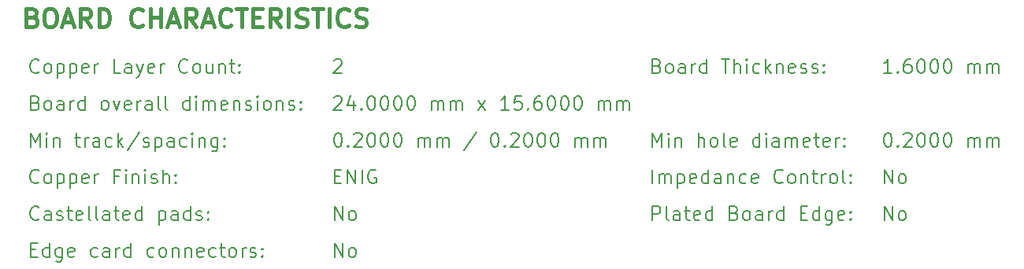
<source format=gbr>
%TF.GenerationSoftware,KiCad,Pcbnew,9.0.4*%
%TF.CreationDate,2025-09-28T21:19:40-04:00*%
%TF.ProjectId,esmonx,65736d6f-6e78-42e6-9b69-6361645f7063,A*%
%TF.SameCoordinates,Original*%
%TF.FileFunction,Other,ECO2*%
%FSLAX46Y46*%
G04 Gerber Fmt 4.6, Leading zero omitted, Abs format (unit mm)*
G04 Created by KiCad (PCBNEW 9.0.4) date 2025-09-28 21:19:40*
%MOMM*%
%LPD*%
G01*
G04 APERTURE LIST*
%ADD10C,0.200000*%
%ADD11C,0.400000*%
G04 APERTURE END LIST*
D10*
X17195863Y-37440171D02*
X17124435Y-37511600D01*
X17124435Y-37511600D02*
X16910149Y-37583028D01*
X16910149Y-37583028D02*
X16767292Y-37583028D01*
X16767292Y-37583028D02*
X16553006Y-37511600D01*
X16553006Y-37511600D02*
X16410149Y-37368742D01*
X16410149Y-37368742D02*
X16338720Y-37225885D01*
X16338720Y-37225885D02*
X16267292Y-36940171D01*
X16267292Y-36940171D02*
X16267292Y-36725885D01*
X16267292Y-36725885D02*
X16338720Y-36440171D01*
X16338720Y-36440171D02*
X16410149Y-36297314D01*
X16410149Y-36297314D02*
X16553006Y-36154457D01*
X16553006Y-36154457D02*
X16767292Y-36083028D01*
X16767292Y-36083028D02*
X16910149Y-36083028D01*
X16910149Y-36083028D02*
X17124435Y-36154457D01*
X17124435Y-36154457D02*
X17195863Y-36225885D01*
X18481578Y-37583028D02*
X18481578Y-36797314D01*
X18481578Y-36797314D02*
X18410149Y-36654457D01*
X18410149Y-36654457D02*
X18267292Y-36583028D01*
X18267292Y-36583028D02*
X17981578Y-36583028D01*
X17981578Y-36583028D02*
X17838720Y-36654457D01*
X18481578Y-37511600D02*
X18338720Y-37583028D01*
X18338720Y-37583028D02*
X17981578Y-37583028D01*
X17981578Y-37583028D02*
X17838720Y-37511600D01*
X17838720Y-37511600D02*
X17767292Y-37368742D01*
X17767292Y-37368742D02*
X17767292Y-37225885D01*
X17767292Y-37225885D02*
X17838720Y-37083028D01*
X17838720Y-37083028D02*
X17981578Y-37011600D01*
X17981578Y-37011600D02*
X18338720Y-37011600D01*
X18338720Y-37011600D02*
X18481578Y-36940171D01*
X19124435Y-37511600D02*
X19267292Y-37583028D01*
X19267292Y-37583028D02*
X19553006Y-37583028D01*
X19553006Y-37583028D02*
X19695863Y-37511600D01*
X19695863Y-37511600D02*
X19767292Y-37368742D01*
X19767292Y-37368742D02*
X19767292Y-37297314D01*
X19767292Y-37297314D02*
X19695863Y-37154457D01*
X19695863Y-37154457D02*
X19553006Y-37083028D01*
X19553006Y-37083028D02*
X19338721Y-37083028D01*
X19338721Y-37083028D02*
X19195863Y-37011600D01*
X19195863Y-37011600D02*
X19124435Y-36868742D01*
X19124435Y-36868742D02*
X19124435Y-36797314D01*
X19124435Y-36797314D02*
X19195863Y-36654457D01*
X19195863Y-36654457D02*
X19338721Y-36583028D01*
X19338721Y-36583028D02*
X19553006Y-36583028D01*
X19553006Y-36583028D02*
X19695863Y-36654457D01*
X20195864Y-36583028D02*
X20767292Y-36583028D01*
X20410149Y-36083028D02*
X20410149Y-37368742D01*
X20410149Y-37368742D02*
X20481578Y-37511600D01*
X20481578Y-37511600D02*
X20624435Y-37583028D01*
X20624435Y-37583028D02*
X20767292Y-37583028D01*
X21838721Y-37511600D02*
X21695864Y-37583028D01*
X21695864Y-37583028D02*
X21410150Y-37583028D01*
X21410150Y-37583028D02*
X21267292Y-37511600D01*
X21267292Y-37511600D02*
X21195864Y-37368742D01*
X21195864Y-37368742D02*
X21195864Y-36797314D01*
X21195864Y-36797314D02*
X21267292Y-36654457D01*
X21267292Y-36654457D02*
X21410150Y-36583028D01*
X21410150Y-36583028D02*
X21695864Y-36583028D01*
X21695864Y-36583028D02*
X21838721Y-36654457D01*
X21838721Y-36654457D02*
X21910150Y-36797314D01*
X21910150Y-36797314D02*
X21910150Y-36940171D01*
X21910150Y-36940171D02*
X21195864Y-37083028D01*
X22767292Y-37583028D02*
X22624435Y-37511600D01*
X22624435Y-37511600D02*
X22553006Y-37368742D01*
X22553006Y-37368742D02*
X22553006Y-36083028D01*
X23553006Y-37583028D02*
X23410149Y-37511600D01*
X23410149Y-37511600D02*
X23338720Y-37368742D01*
X23338720Y-37368742D02*
X23338720Y-36083028D01*
X24767292Y-37583028D02*
X24767292Y-36797314D01*
X24767292Y-36797314D02*
X24695863Y-36654457D01*
X24695863Y-36654457D02*
X24553006Y-36583028D01*
X24553006Y-36583028D02*
X24267292Y-36583028D01*
X24267292Y-36583028D02*
X24124434Y-36654457D01*
X24767292Y-37511600D02*
X24624434Y-37583028D01*
X24624434Y-37583028D02*
X24267292Y-37583028D01*
X24267292Y-37583028D02*
X24124434Y-37511600D01*
X24124434Y-37511600D02*
X24053006Y-37368742D01*
X24053006Y-37368742D02*
X24053006Y-37225885D01*
X24053006Y-37225885D02*
X24124434Y-37083028D01*
X24124434Y-37083028D02*
X24267292Y-37011600D01*
X24267292Y-37011600D02*
X24624434Y-37011600D01*
X24624434Y-37011600D02*
X24767292Y-36940171D01*
X25267292Y-36583028D02*
X25838720Y-36583028D01*
X25481577Y-36083028D02*
X25481577Y-37368742D01*
X25481577Y-37368742D02*
X25553006Y-37511600D01*
X25553006Y-37511600D02*
X25695863Y-37583028D01*
X25695863Y-37583028D02*
X25838720Y-37583028D01*
X26910149Y-37511600D02*
X26767292Y-37583028D01*
X26767292Y-37583028D02*
X26481578Y-37583028D01*
X26481578Y-37583028D02*
X26338720Y-37511600D01*
X26338720Y-37511600D02*
X26267292Y-37368742D01*
X26267292Y-37368742D02*
X26267292Y-36797314D01*
X26267292Y-36797314D02*
X26338720Y-36654457D01*
X26338720Y-36654457D02*
X26481578Y-36583028D01*
X26481578Y-36583028D02*
X26767292Y-36583028D01*
X26767292Y-36583028D02*
X26910149Y-36654457D01*
X26910149Y-36654457D02*
X26981578Y-36797314D01*
X26981578Y-36797314D02*
X26981578Y-36940171D01*
X26981578Y-36940171D02*
X26267292Y-37083028D01*
X28267292Y-37583028D02*
X28267292Y-36083028D01*
X28267292Y-37511600D02*
X28124434Y-37583028D01*
X28124434Y-37583028D02*
X27838720Y-37583028D01*
X27838720Y-37583028D02*
X27695863Y-37511600D01*
X27695863Y-37511600D02*
X27624434Y-37440171D01*
X27624434Y-37440171D02*
X27553006Y-37297314D01*
X27553006Y-37297314D02*
X27553006Y-36868742D01*
X27553006Y-36868742D02*
X27624434Y-36725885D01*
X27624434Y-36725885D02*
X27695863Y-36654457D01*
X27695863Y-36654457D02*
X27838720Y-36583028D01*
X27838720Y-36583028D02*
X28124434Y-36583028D01*
X28124434Y-36583028D02*
X28267292Y-36654457D01*
X30124434Y-36583028D02*
X30124434Y-38083028D01*
X30124434Y-36654457D02*
X30267292Y-36583028D01*
X30267292Y-36583028D02*
X30553006Y-36583028D01*
X30553006Y-36583028D02*
X30695863Y-36654457D01*
X30695863Y-36654457D02*
X30767292Y-36725885D01*
X30767292Y-36725885D02*
X30838720Y-36868742D01*
X30838720Y-36868742D02*
X30838720Y-37297314D01*
X30838720Y-37297314D02*
X30767292Y-37440171D01*
X30767292Y-37440171D02*
X30695863Y-37511600D01*
X30695863Y-37511600D02*
X30553006Y-37583028D01*
X30553006Y-37583028D02*
X30267292Y-37583028D01*
X30267292Y-37583028D02*
X30124434Y-37511600D01*
X32124435Y-37583028D02*
X32124435Y-36797314D01*
X32124435Y-36797314D02*
X32053006Y-36654457D01*
X32053006Y-36654457D02*
X31910149Y-36583028D01*
X31910149Y-36583028D02*
X31624435Y-36583028D01*
X31624435Y-36583028D02*
X31481577Y-36654457D01*
X32124435Y-37511600D02*
X31981577Y-37583028D01*
X31981577Y-37583028D02*
X31624435Y-37583028D01*
X31624435Y-37583028D02*
X31481577Y-37511600D01*
X31481577Y-37511600D02*
X31410149Y-37368742D01*
X31410149Y-37368742D02*
X31410149Y-37225885D01*
X31410149Y-37225885D02*
X31481577Y-37083028D01*
X31481577Y-37083028D02*
X31624435Y-37011600D01*
X31624435Y-37011600D02*
X31981577Y-37011600D01*
X31981577Y-37011600D02*
X32124435Y-36940171D01*
X33481578Y-37583028D02*
X33481578Y-36083028D01*
X33481578Y-37511600D02*
X33338720Y-37583028D01*
X33338720Y-37583028D02*
X33053006Y-37583028D01*
X33053006Y-37583028D02*
X32910149Y-37511600D01*
X32910149Y-37511600D02*
X32838720Y-37440171D01*
X32838720Y-37440171D02*
X32767292Y-37297314D01*
X32767292Y-37297314D02*
X32767292Y-36868742D01*
X32767292Y-36868742D02*
X32838720Y-36725885D01*
X32838720Y-36725885D02*
X32910149Y-36654457D01*
X32910149Y-36654457D02*
X33053006Y-36583028D01*
X33053006Y-36583028D02*
X33338720Y-36583028D01*
X33338720Y-36583028D02*
X33481578Y-36654457D01*
X34124435Y-37511600D02*
X34267292Y-37583028D01*
X34267292Y-37583028D02*
X34553006Y-37583028D01*
X34553006Y-37583028D02*
X34695863Y-37511600D01*
X34695863Y-37511600D02*
X34767292Y-37368742D01*
X34767292Y-37368742D02*
X34767292Y-37297314D01*
X34767292Y-37297314D02*
X34695863Y-37154457D01*
X34695863Y-37154457D02*
X34553006Y-37083028D01*
X34553006Y-37083028D02*
X34338721Y-37083028D01*
X34338721Y-37083028D02*
X34195863Y-37011600D01*
X34195863Y-37011600D02*
X34124435Y-36868742D01*
X34124435Y-36868742D02*
X34124435Y-36797314D01*
X34124435Y-36797314D02*
X34195863Y-36654457D01*
X34195863Y-36654457D02*
X34338721Y-36583028D01*
X34338721Y-36583028D02*
X34553006Y-36583028D01*
X34553006Y-36583028D02*
X34695863Y-36654457D01*
X35410149Y-37440171D02*
X35481578Y-37511600D01*
X35481578Y-37511600D02*
X35410149Y-37583028D01*
X35410149Y-37583028D02*
X35338721Y-37511600D01*
X35338721Y-37511600D02*
X35410149Y-37440171D01*
X35410149Y-37440171D02*
X35410149Y-37583028D01*
X35410149Y-36654457D02*
X35481578Y-36725885D01*
X35481578Y-36725885D02*
X35410149Y-36797314D01*
X35410149Y-36797314D02*
X35338721Y-36725885D01*
X35338721Y-36725885D02*
X35410149Y-36654457D01*
X35410149Y-36654457D02*
X35410149Y-36797314D01*
X48924435Y-24354885D02*
X48995863Y-24283457D01*
X48995863Y-24283457D02*
X49138721Y-24212028D01*
X49138721Y-24212028D02*
X49495863Y-24212028D01*
X49495863Y-24212028D02*
X49638721Y-24283457D01*
X49638721Y-24283457D02*
X49710149Y-24354885D01*
X49710149Y-24354885D02*
X49781578Y-24497742D01*
X49781578Y-24497742D02*
X49781578Y-24640600D01*
X49781578Y-24640600D02*
X49710149Y-24854885D01*
X49710149Y-24854885D02*
X48853006Y-25712028D01*
X48853006Y-25712028D02*
X49781578Y-25712028D01*
X51067292Y-24712028D02*
X51067292Y-25712028D01*
X50710149Y-24140600D02*
X50353006Y-25212028D01*
X50353006Y-25212028D02*
X51281577Y-25212028D01*
X51853005Y-25569171D02*
X51924434Y-25640600D01*
X51924434Y-25640600D02*
X51853005Y-25712028D01*
X51853005Y-25712028D02*
X51781577Y-25640600D01*
X51781577Y-25640600D02*
X51853005Y-25569171D01*
X51853005Y-25569171D02*
X51853005Y-25712028D01*
X52853006Y-24212028D02*
X52995863Y-24212028D01*
X52995863Y-24212028D02*
X53138720Y-24283457D01*
X53138720Y-24283457D02*
X53210149Y-24354885D01*
X53210149Y-24354885D02*
X53281577Y-24497742D01*
X53281577Y-24497742D02*
X53353006Y-24783457D01*
X53353006Y-24783457D02*
X53353006Y-25140600D01*
X53353006Y-25140600D02*
X53281577Y-25426314D01*
X53281577Y-25426314D02*
X53210149Y-25569171D01*
X53210149Y-25569171D02*
X53138720Y-25640600D01*
X53138720Y-25640600D02*
X52995863Y-25712028D01*
X52995863Y-25712028D02*
X52853006Y-25712028D01*
X52853006Y-25712028D02*
X52710149Y-25640600D01*
X52710149Y-25640600D02*
X52638720Y-25569171D01*
X52638720Y-25569171D02*
X52567291Y-25426314D01*
X52567291Y-25426314D02*
X52495863Y-25140600D01*
X52495863Y-25140600D02*
X52495863Y-24783457D01*
X52495863Y-24783457D02*
X52567291Y-24497742D01*
X52567291Y-24497742D02*
X52638720Y-24354885D01*
X52638720Y-24354885D02*
X52710149Y-24283457D01*
X52710149Y-24283457D02*
X52853006Y-24212028D01*
X54281577Y-24212028D02*
X54424434Y-24212028D01*
X54424434Y-24212028D02*
X54567291Y-24283457D01*
X54567291Y-24283457D02*
X54638720Y-24354885D01*
X54638720Y-24354885D02*
X54710148Y-24497742D01*
X54710148Y-24497742D02*
X54781577Y-24783457D01*
X54781577Y-24783457D02*
X54781577Y-25140600D01*
X54781577Y-25140600D02*
X54710148Y-25426314D01*
X54710148Y-25426314D02*
X54638720Y-25569171D01*
X54638720Y-25569171D02*
X54567291Y-25640600D01*
X54567291Y-25640600D02*
X54424434Y-25712028D01*
X54424434Y-25712028D02*
X54281577Y-25712028D01*
X54281577Y-25712028D02*
X54138720Y-25640600D01*
X54138720Y-25640600D02*
X54067291Y-25569171D01*
X54067291Y-25569171D02*
X53995862Y-25426314D01*
X53995862Y-25426314D02*
X53924434Y-25140600D01*
X53924434Y-25140600D02*
X53924434Y-24783457D01*
X53924434Y-24783457D02*
X53995862Y-24497742D01*
X53995862Y-24497742D02*
X54067291Y-24354885D01*
X54067291Y-24354885D02*
X54138720Y-24283457D01*
X54138720Y-24283457D02*
X54281577Y-24212028D01*
X55710148Y-24212028D02*
X55853005Y-24212028D01*
X55853005Y-24212028D02*
X55995862Y-24283457D01*
X55995862Y-24283457D02*
X56067291Y-24354885D01*
X56067291Y-24354885D02*
X56138719Y-24497742D01*
X56138719Y-24497742D02*
X56210148Y-24783457D01*
X56210148Y-24783457D02*
X56210148Y-25140600D01*
X56210148Y-25140600D02*
X56138719Y-25426314D01*
X56138719Y-25426314D02*
X56067291Y-25569171D01*
X56067291Y-25569171D02*
X55995862Y-25640600D01*
X55995862Y-25640600D02*
X55853005Y-25712028D01*
X55853005Y-25712028D02*
X55710148Y-25712028D01*
X55710148Y-25712028D02*
X55567291Y-25640600D01*
X55567291Y-25640600D02*
X55495862Y-25569171D01*
X55495862Y-25569171D02*
X55424433Y-25426314D01*
X55424433Y-25426314D02*
X55353005Y-25140600D01*
X55353005Y-25140600D02*
X55353005Y-24783457D01*
X55353005Y-24783457D02*
X55424433Y-24497742D01*
X55424433Y-24497742D02*
X55495862Y-24354885D01*
X55495862Y-24354885D02*
X55567291Y-24283457D01*
X55567291Y-24283457D02*
X55710148Y-24212028D01*
X57138719Y-24212028D02*
X57281576Y-24212028D01*
X57281576Y-24212028D02*
X57424433Y-24283457D01*
X57424433Y-24283457D02*
X57495862Y-24354885D01*
X57495862Y-24354885D02*
X57567290Y-24497742D01*
X57567290Y-24497742D02*
X57638719Y-24783457D01*
X57638719Y-24783457D02*
X57638719Y-25140600D01*
X57638719Y-25140600D02*
X57567290Y-25426314D01*
X57567290Y-25426314D02*
X57495862Y-25569171D01*
X57495862Y-25569171D02*
X57424433Y-25640600D01*
X57424433Y-25640600D02*
X57281576Y-25712028D01*
X57281576Y-25712028D02*
X57138719Y-25712028D01*
X57138719Y-25712028D02*
X56995862Y-25640600D01*
X56995862Y-25640600D02*
X56924433Y-25569171D01*
X56924433Y-25569171D02*
X56853004Y-25426314D01*
X56853004Y-25426314D02*
X56781576Y-25140600D01*
X56781576Y-25140600D02*
X56781576Y-24783457D01*
X56781576Y-24783457D02*
X56853004Y-24497742D01*
X56853004Y-24497742D02*
X56924433Y-24354885D01*
X56924433Y-24354885D02*
X56995862Y-24283457D01*
X56995862Y-24283457D02*
X57138719Y-24212028D01*
X59424432Y-25712028D02*
X59424432Y-24712028D01*
X59424432Y-24854885D02*
X59495861Y-24783457D01*
X59495861Y-24783457D02*
X59638718Y-24712028D01*
X59638718Y-24712028D02*
X59853004Y-24712028D01*
X59853004Y-24712028D02*
X59995861Y-24783457D01*
X59995861Y-24783457D02*
X60067290Y-24926314D01*
X60067290Y-24926314D02*
X60067290Y-25712028D01*
X60067290Y-24926314D02*
X60138718Y-24783457D01*
X60138718Y-24783457D02*
X60281575Y-24712028D01*
X60281575Y-24712028D02*
X60495861Y-24712028D01*
X60495861Y-24712028D02*
X60638718Y-24783457D01*
X60638718Y-24783457D02*
X60710147Y-24926314D01*
X60710147Y-24926314D02*
X60710147Y-25712028D01*
X61424432Y-25712028D02*
X61424432Y-24712028D01*
X61424432Y-24854885D02*
X61495861Y-24783457D01*
X61495861Y-24783457D02*
X61638718Y-24712028D01*
X61638718Y-24712028D02*
X61853004Y-24712028D01*
X61853004Y-24712028D02*
X61995861Y-24783457D01*
X61995861Y-24783457D02*
X62067290Y-24926314D01*
X62067290Y-24926314D02*
X62067290Y-25712028D01*
X62067290Y-24926314D02*
X62138718Y-24783457D01*
X62138718Y-24783457D02*
X62281575Y-24712028D01*
X62281575Y-24712028D02*
X62495861Y-24712028D01*
X62495861Y-24712028D02*
X62638718Y-24783457D01*
X62638718Y-24783457D02*
X62710147Y-24926314D01*
X62710147Y-24926314D02*
X62710147Y-25712028D01*
X64424432Y-25712028D02*
X65210147Y-24712028D01*
X64424432Y-24712028D02*
X65210147Y-25712028D01*
X67710147Y-25712028D02*
X66853004Y-25712028D01*
X67281575Y-25712028D02*
X67281575Y-24212028D01*
X67281575Y-24212028D02*
X67138718Y-24426314D01*
X67138718Y-24426314D02*
X66995861Y-24569171D01*
X66995861Y-24569171D02*
X66853004Y-24640600D01*
X69067289Y-24212028D02*
X68353003Y-24212028D01*
X68353003Y-24212028D02*
X68281575Y-24926314D01*
X68281575Y-24926314D02*
X68353003Y-24854885D01*
X68353003Y-24854885D02*
X68495861Y-24783457D01*
X68495861Y-24783457D02*
X68853003Y-24783457D01*
X68853003Y-24783457D02*
X68995861Y-24854885D01*
X68995861Y-24854885D02*
X69067289Y-24926314D01*
X69067289Y-24926314D02*
X69138718Y-25069171D01*
X69138718Y-25069171D02*
X69138718Y-25426314D01*
X69138718Y-25426314D02*
X69067289Y-25569171D01*
X69067289Y-25569171D02*
X68995861Y-25640600D01*
X68995861Y-25640600D02*
X68853003Y-25712028D01*
X68853003Y-25712028D02*
X68495861Y-25712028D01*
X68495861Y-25712028D02*
X68353003Y-25640600D01*
X68353003Y-25640600D02*
X68281575Y-25569171D01*
X69781574Y-25569171D02*
X69853003Y-25640600D01*
X69853003Y-25640600D02*
X69781574Y-25712028D01*
X69781574Y-25712028D02*
X69710146Y-25640600D01*
X69710146Y-25640600D02*
X69781574Y-25569171D01*
X69781574Y-25569171D02*
X69781574Y-25712028D01*
X71138718Y-24212028D02*
X70853003Y-24212028D01*
X70853003Y-24212028D02*
X70710146Y-24283457D01*
X70710146Y-24283457D02*
X70638718Y-24354885D01*
X70638718Y-24354885D02*
X70495860Y-24569171D01*
X70495860Y-24569171D02*
X70424432Y-24854885D01*
X70424432Y-24854885D02*
X70424432Y-25426314D01*
X70424432Y-25426314D02*
X70495860Y-25569171D01*
X70495860Y-25569171D02*
X70567289Y-25640600D01*
X70567289Y-25640600D02*
X70710146Y-25712028D01*
X70710146Y-25712028D02*
X70995860Y-25712028D01*
X70995860Y-25712028D02*
X71138718Y-25640600D01*
X71138718Y-25640600D02*
X71210146Y-25569171D01*
X71210146Y-25569171D02*
X71281575Y-25426314D01*
X71281575Y-25426314D02*
X71281575Y-25069171D01*
X71281575Y-25069171D02*
X71210146Y-24926314D01*
X71210146Y-24926314D02*
X71138718Y-24854885D01*
X71138718Y-24854885D02*
X70995860Y-24783457D01*
X70995860Y-24783457D02*
X70710146Y-24783457D01*
X70710146Y-24783457D02*
X70567289Y-24854885D01*
X70567289Y-24854885D02*
X70495860Y-24926314D01*
X70495860Y-24926314D02*
X70424432Y-25069171D01*
X72210146Y-24212028D02*
X72353003Y-24212028D01*
X72353003Y-24212028D02*
X72495860Y-24283457D01*
X72495860Y-24283457D02*
X72567289Y-24354885D01*
X72567289Y-24354885D02*
X72638717Y-24497742D01*
X72638717Y-24497742D02*
X72710146Y-24783457D01*
X72710146Y-24783457D02*
X72710146Y-25140600D01*
X72710146Y-25140600D02*
X72638717Y-25426314D01*
X72638717Y-25426314D02*
X72567289Y-25569171D01*
X72567289Y-25569171D02*
X72495860Y-25640600D01*
X72495860Y-25640600D02*
X72353003Y-25712028D01*
X72353003Y-25712028D02*
X72210146Y-25712028D01*
X72210146Y-25712028D02*
X72067289Y-25640600D01*
X72067289Y-25640600D02*
X71995860Y-25569171D01*
X71995860Y-25569171D02*
X71924431Y-25426314D01*
X71924431Y-25426314D02*
X71853003Y-25140600D01*
X71853003Y-25140600D02*
X71853003Y-24783457D01*
X71853003Y-24783457D02*
X71924431Y-24497742D01*
X71924431Y-24497742D02*
X71995860Y-24354885D01*
X71995860Y-24354885D02*
X72067289Y-24283457D01*
X72067289Y-24283457D02*
X72210146Y-24212028D01*
X73638717Y-24212028D02*
X73781574Y-24212028D01*
X73781574Y-24212028D02*
X73924431Y-24283457D01*
X73924431Y-24283457D02*
X73995860Y-24354885D01*
X73995860Y-24354885D02*
X74067288Y-24497742D01*
X74067288Y-24497742D02*
X74138717Y-24783457D01*
X74138717Y-24783457D02*
X74138717Y-25140600D01*
X74138717Y-25140600D02*
X74067288Y-25426314D01*
X74067288Y-25426314D02*
X73995860Y-25569171D01*
X73995860Y-25569171D02*
X73924431Y-25640600D01*
X73924431Y-25640600D02*
X73781574Y-25712028D01*
X73781574Y-25712028D02*
X73638717Y-25712028D01*
X73638717Y-25712028D02*
X73495860Y-25640600D01*
X73495860Y-25640600D02*
X73424431Y-25569171D01*
X73424431Y-25569171D02*
X73353002Y-25426314D01*
X73353002Y-25426314D02*
X73281574Y-25140600D01*
X73281574Y-25140600D02*
X73281574Y-24783457D01*
X73281574Y-24783457D02*
X73353002Y-24497742D01*
X73353002Y-24497742D02*
X73424431Y-24354885D01*
X73424431Y-24354885D02*
X73495860Y-24283457D01*
X73495860Y-24283457D02*
X73638717Y-24212028D01*
X75067288Y-24212028D02*
X75210145Y-24212028D01*
X75210145Y-24212028D02*
X75353002Y-24283457D01*
X75353002Y-24283457D02*
X75424431Y-24354885D01*
X75424431Y-24354885D02*
X75495859Y-24497742D01*
X75495859Y-24497742D02*
X75567288Y-24783457D01*
X75567288Y-24783457D02*
X75567288Y-25140600D01*
X75567288Y-25140600D02*
X75495859Y-25426314D01*
X75495859Y-25426314D02*
X75424431Y-25569171D01*
X75424431Y-25569171D02*
X75353002Y-25640600D01*
X75353002Y-25640600D02*
X75210145Y-25712028D01*
X75210145Y-25712028D02*
X75067288Y-25712028D01*
X75067288Y-25712028D02*
X74924431Y-25640600D01*
X74924431Y-25640600D02*
X74853002Y-25569171D01*
X74853002Y-25569171D02*
X74781573Y-25426314D01*
X74781573Y-25426314D02*
X74710145Y-25140600D01*
X74710145Y-25140600D02*
X74710145Y-24783457D01*
X74710145Y-24783457D02*
X74781573Y-24497742D01*
X74781573Y-24497742D02*
X74853002Y-24354885D01*
X74853002Y-24354885D02*
X74924431Y-24283457D01*
X74924431Y-24283457D02*
X75067288Y-24212028D01*
X77353001Y-25712028D02*
X77353001Y-24712028D01*
X77353001Y-24854885D02*
X77424430Y-24783457D01*
X77424430Y-24783457D02*
X77567287Y-24712028D01*
X77567287Y-24712028D02*
X77781573Y-24712028D01*
X77781573Y-24712028D02*
X77924430Y-24783457D01*
X77924430Y-24783457D02*
X77995859Y-24926314D01*
X77995859Y-24926314D02*
X77995859Y-25712028D01*
X77995859Y-24926314D02*
X78067287Y-24783457D01*
X78067287Y-24783457D02*
X78210144Y-24712028D01*
X78210144Y-24712028D02*
X78424430Y-24712028D01*
X78424430Y-24712028D02*
X78567287Y-24783457D01*
X78567287Y-24783457D02*
X78638716Y-24926314D01*
X78638716Y-24926314D02*
X78638716Y-25712028D01*
X79353001Y-25712028D02*
X79353001Y-24712028D01*
X79353001Y-24854885D02*
X79424430Y-24783457D01*
X79424430Y-24783457D02*
X79567287Y-24712028D01*
X79567287Y-24712028D02*
X79781573Y-24712028D01*
X79781573Y-24712028D02*
X79924430Y-24783457D01*
X79924430Y-24783457D02*
X79995859Y-24926314D01*
X79995859Y-24926314D02*
X79995859Y-25712028D01*
X79995859Y-24926314D02*
X80067287Y-24783457D01*
X80067287Y-24783457D02*
X80210144Y-24712028D01*
X80210144Y-24712028D02*
X80424430Y-24712028D01*
X80424430Y-24712028D02*
X80567287Y-24783457D01*
X80567287Y-24783457D02*
X80638716Y-24926314D01*
X80638716Y-24926314D02*
X80638716Y-25712028D01*
X17195863Y-21612171D02*
X17124435Y-21683600D01*
X17124435Y-21683600D02*
X16910149Y-21755028D01*
X16910149Y-21755028D02*
X16767292Y-21755028D01*
X16767292Y-21755028D02*
X16553006Y-21683600D01*
X16553006Y-21683600D02*
X16410149Y-21540742D01*
X16410149Y-21540742D02*
X16338720Y-21397885D01*
X16338720Y-21397885D02*
X16267292Y-21112171D01*
X16267292Y-21112171D02*
X16267292Y-20897885D01*
X16267292Y-20897885D02*
X16338720Y-20612171D01*
X16338720Y-20612171D02*
X16410149Y-20469314D01*
X16410149Y-20469314D02*
X16553006Y-20326457D01*
X16553006Y-20326457D02*
X16767292Y-20255028D01*
X16767292Y-20255028D02*
X16910149Y-20255028D01*
X16910149Y-20255028D02*
X17124435Y-20326457D01*
X17124435Y-20326457D02*
X17195863Y-20397885D01*
X18053006Y-21755028D02*
X17910149Y-21683600D01*
X17910149Y-21683600D02*
X17838720Y-21612171D01*
X17838720Y-21612171D02*
X17767292Y-21469314D01*
X17767292Y-21469314D02*
X17767292Y-21040742D01*
X17767292Y-21040742D02*
X17838720Y-20897885D01*
X17838720Y-20897885D02*
X17910149Y-20826457D01*
X17910149Y-20826457D02*
X18053006Y-20755028D01*
X18053006Y-20755028D02*
X18267292Y-20755028D01*
X18267292Y-20755028D02*
X18410149Y-20826457D01*
X18410149Y-20826457D02*
X18481578Y-20897885D01*
X18481578Y-20897885D02*
X18553006Y-21040742D01*
X18553006Y-21040742D02*
X18553006Y-21469314D01*
X18553006Y-21469314D02*
X18481578Y-21612171D01*
X18481578Y-21612171D02*
X18410149Y-21683600D01*
X18410149Y-21683600D02*
X18267292Y-21755028D01*
X18267292Y-21755028D02*
X18053006Y-21755028D01*
X19195863Y-20755028D02*
X19195863Y-22255028D01*
X19195863Y-20826457D02*
X19338721Y-20755028D01*
X19338721Y-20755028D02*
X19624435Y-20755028D01*
X19624435Y-20755028D02*
X19767292Y-20826457D01*
X19767292Y-20826457D02*
X19838721Y-20897885D01*
X19838721Y-20897885D02*
X19910149Y-21040742D01*
X19910149Y-21040742D02*
X19910149Y-21469314D01*
X19910149Y-21469314D02*
X19838721Y-21612171D01*
X19838721Y-21612171D02*
X19767292Y-21683600D01*
X19767292Y-21683600D02*
X19624435Y-21755028D01*
X19624435Y-21755028D02*
X19338721Y-21755028D01*
X19338721Y-21755028D02*
X19195863Y-21683600D01*
X20553006Y-20755028D02*
X20553006Y-22255028D01*
X20553006Y-20826457D02*
X20695864Y-20755028D01*
X20695864Y-20755028D02*
X20981578Y-20755028D01*
X20981578Y-20755028D02*
X21124435Y-20826457D01*
X21124435Y-20826457D02*
X21195864Y-20897885D01*
X21195864Y-20897885D02*
X21267292Y-21040742D01*
X21267292Y-21040742D02*
X21267292Y-21469314D01*
X21267292Y-21469314D02*
X21195864Y-21612171D01*
X21195864Y-21612171D02*
X21124435Y-21683600D01*
X21124435Y-21683600D02*
X20981578Y-21755028D01*
X20981578Y-21755028D02*
X20695864Y-21755028D01*
X20695864Y-21755028D02*
X20553006Y-21683600D01*
X22481578Y-21683600D02*
X22338721Y-21755028D01*
X22338721Y-21755028D02*
X22053007Y-21755028D01*
X22053007Y-21755028D02*
X21910149Y-21683600D01*
X21910149Y-21683600D02*
X21838721Y-21540742D01*
X21838721Y-21540742D02*
X21838721Y-20969314D01*
X21838721Y-20969314D02*
X21910149Y-20826457D01*
X21910149Y-20826457D02*
X22053007Y-20755028D01*
X22053007Y-20755028D02*
X22338721Y-20755028D01*
X22338721Y-20755028D02*
X22481578Y-20826457D01*
X22481578Y-20826457D02*
X22553007Y-20969314D01*
X22553007Y-20969314D02*
X22553007Y-21112171D01*
X22553007Y-21112171D02*
X21838721Y-21255028D01*
X23195863Y-21755028D02*
X23195863Y-20755028D01*
X23195863Y-21040742D02*
X23267292Y-20897885D01*
X23267292Y-20897885D02*
X23338721Y-20826457D01*
X23338721Y-20826457D02*
X23481578Y-20755028D01*
X23481578Y-20755028D02*
X23624435Y-20755028D01*
X25981577Y-21755028D02*
X25267291Y-21755028D01*
X25267291Y-21755028D02*
X25267291Y-20255028D01*
X27124435Y-21755028D02*
X27124435Y-20969314D01*
X27124435Y-20969314D02*
X27053006Y-20826457D01*
X27053006Y-20826457D02*
X26910149Y-20755028D01*
X26910149Y-20755028D02*
X26624435Y-20755028D01*
X26624435Y-20755028D02*
X26481577Y-20826457D01*
X27124435Y-21683600D02*
X26981577Y-21755028D01*
X26981577Y-21755028D02*
X26624435Y-21755028D01*
X26624435Y-21755028D02*
X26481577Y-21683600D01*
X26481577Y-21683600D02*
X26410149Y-21540742D01*
X26410149Y-21540742D02*
X26410149Y-21397885D01*
X26410149Y-21397885D02*
X26481577Y-21255028D01*
X26481577Y-21255028D02*
X26624435Y-21183600D01*
X26624435Y-21183600D02*
X26981577Y-21183600D01*
X26981577Y-21183600D02*
X27124435Y-21112171D01*
X27695863Y-20755028D02*
X28053006Y-21755028D01*
X28410149Y-20755028D02*
X28053006Y-21755028D01*
X28053006Y-21755028D02*
X27910149Y-22112171D01*
X27910149Y-22112171D02*
X27838720Y-22183600D01*
X27838720Y-22183600D02*
X27695863Y-22255028D01*
X29553006Y-21683600D02*
X29410149Y-21755028D01*
X29410149Y-21755028D02*
X29124435Y-21755028D01*
X29124435Y-21755028D02*
X28981577Y-21683600D01*
X28981577Y-21683600D02*
X28910149Y-21540742D01*
X28910149Y-21540742D02*
X28910149Y-20969314D01*
X28910149Y-20969314D02*
X28981577Y-20826457D01*
X28981577Y-20826457D02*
X29124435Y-20755028D01*
X29124435Y-20755028D02*
X29410149Y-20755028D01*
X29410149Y-20755028D02*
X29553006Y-20826457D01*
X29553006Y-20826457D02*
X29624435Y-20969314D01*
X29624435Y-20969314D02*
X29624435Y-21112171D01*
X29624435Y-21112171D02*
X28910149Y-21255028D01*
X30267291Y-21755028D02*
X30267291Y-20755028D01*
X30267291Y-21040742D02*
X30338720Y-20897885D01*
X30338720Y-20897885D02*
X30410149Y-20826457D01*
X30410149Y-20826457D02*
X30553006Y-20755028D01*
X30553006Y-20755028D02*
X30695863Y-20755028D01*
X33195862Y-21612171D02*
X33124434Y-21683600D01*
X33124434Y-21683600D02*
X32910148Y-21755028D01*
X32910148Y-21755028D02*
X32767291Y-21755028D01*
X32767291Y-21755028D02*
X32553005Y-21683600D01*
X32553005Y-21683600D02*
X32410148Y-21540742D01*
X32410148Y-21540742D02*
X32338719Y-21397885D01*
X32338719Y-21397885D02*
X32267291Y-21112171D01*
X32267291Y-21112171D02*
X32267291Y-20897885D01*
X32267291Y-20897885D02*
X32338719Y-20612171D01*
X32338719Y-20612171D02*
X32410148Y-20469314D01*
X32410148Y-20469314D02*
X32553005Y-20326457D01*
X32553005Y-20326457D02*
X32767291Y-20255028D01*
X32767291Y-20255028D02*
X32910148Y-20255028D01*
X32910148Y-20255028D02*
X33124434Y-20326457D01*
X33124434Y-20326457D02*
X33195862Y-20397885D01*
X34053005Y-21755028D02*
X33910148Y-21683600D01*
X33910148Y-21683600D02*
X33838719Y-21612171D01*
X33838719Y-21612171D02*
X33767291Y-21469314D01*
X33767291Y-21469314D02*
X33767291Y-21040742D01*
X33767291Y-21040742D02*
X33838719Y-20897885D01*
X33838719Y-20897885D02*
X33910148Y-20826457D01*
X33910148Y-20826457D02*
X34053005Y-20755028D01*
X34053005Y-20755028D02*
X34267291Y-20755028D01*
X34267291Y-20755028D02*
X34410148Y-20826457D01*
X34410148Y-20826457D02*
X34481577Y-20897885D01*
X34481577Y-20897885D02*
X34553005Y-21040742D01*
X34553005Y-21040742D02*
X34553005Y-21469314D01*
X34553005Y-21469314D02*
X34481577Y-21612171D01*
X34481577Y-21612171D02*
X34410148Y-21683600D01*
X34410148Y-21683600D02*
X34267291Y-21755028D01*
X34267291Y-21755028D02*
X34053005Y-21755028D01*
X35838720Y-20755028D02*
X35838720Y-21755028D01*
X35195862Y-20755028D02*
X35195862Y-21540742D01*
X35195862Y-21540742D02*
X35267291Y-21683600D01*
X35267291Y-21683600D02*
X35410148Y-21755028D01*
X35410148Y-21755028D02*
X35624434Y-21755028D01*
X35624434Y-21755028D02*
X35767291Y-21683600D01*
X35767291Y-21683600D02*
X35838720Y-21612171D01*
X36553005Y-20755028D02*
X36553005Y-21755028D01*
X36553005Y-20897885D02*
X36624434Y-20826457D01*
X36624434Y-20826457D02*
X36767291Y-20755028D01*
X36767291Y-20755028D02*
X36981577Y-20755028D01*
X36981577Y-20755028D02*
X37124434Y-20826457D01*
X37124434Y-20826457D02*
X37195863Y-20969314D01*
X37195863Y-20969314D02*
X37195863Y-21755028D01*
X37695863Y-20755028D02*
X38267291Y-20755028D01*
X37910148Y-20255028D02*
X37910148Y-21540742D01*
X37910148Y-21540742D02*
X37981577Y-21683600D01*
X37981577Y-21683600D02*
X38124434Y-21755028D01*
X38124434Y-21755028D02*
X38267291Y-21755028D01*
X38767291Y-21612171D02*
X38838720Y-21683600D01*
X38838720Y-21683600D02*
X38767291Y-21755028D01*
X38767291Y-21755028D02*
X38695863Y-21683600D01*
X38695863Y-21683600D02*
X38767291Y-21612171D01*
X38767291Y-21612171D02*
X38767291Y-21755028D01*
X38767291Y-20826457D02*
X38838720Y-20897885D01*
X38838720Y-20897885D02*
X38767291Y-20969314D01*
X38767291Y-20969314D02*
X38695863Y-20897885D01*
X38695863Y-20897885D02*
X38767291Y-20826457D01*
X38767291Y-20826457D02*
X38767291Y-20969314D01*
X17195863Y-33483171D02*
X17124435Y-33554600D01*
X17124435Y-33554600D02*
X16910149Y-33626028D01*
X16910149Y-33626028D02*
X16767292Y-33626028D01*
X16767292Y-33626028D02*
X16553006Y-33554600D01*
X16553006Y-33554600D02*
X16410149Y-33411742D01*
X16410149Y-33411742D02*
X16338720Y-33268885D01*
X16338720Y-33268885D02*
X16267292Y-32983171D01*
X16267292Y-32983171D02*
X16267292Y-32768885D01*
X16267292Y-32768885D02*
X16338720Y-32483171D01*
X16338720Y-32483171D02*
X16410149Y-32340314D01*
X16410149Y-32340314D02*
X16553006Y-32197457D01*
X16553006Y-32197457D02*
X16767292Y-32126028D01*
X16767292Y-32126028D02*
X16910149Y-32126028D01*
X16910149Y-32126028D02*
X17124435Y-32197457D01*
X17124435Y-32197457D02*
X17195863Y-32268885D01*
X18053006Y-33626028D02*
X17910149Y-33554600D01*
X17910149Y-33554600D02*
X17838720Y-33483171D01*
X17838720Y-33483171D02*
X17767292Y-33340314D01*
X17767292Y-33340314D02*
X17767292Y-32911742D01*
X17767292Y-32911742D02*
X17838720Y-32768885D01*
X17838720Y-32768885D02*
X17910149Y-32697457D01*
X17910149Y-32697457D02*
X18053006Y-32626028D01*
X18053006Y-32626028D02*
X18267292Y-32626028D01*
X18267292Y-32626028D02*
X18410149Y-32697457D01*
X18410149Y-32697457D02*
X18481578Y-32768885D01*
X18481578Y-32768885D02*
X18553006Y-32911742D01*
X18553006Y-32911742D02*
X18553006Y-33340314D01*
X18553006Y-33340314D02*
X18481578Y-33483171D01*
X18481578Y-33483171D02*
X18410149Y-33554600D01*
X18410149Y-33554600D02*
X18267292Y-33626028D01*
X18267292Y-33626028D02*
X18053006Y-33626028D01*
X19195863Y-32626028D02*
X19195863Y-34126028D01*
X19195863Y-32697457D02*
X19338721Y-32626028D01*
X19338721Y-32626028D02*
X19624435Y-32626028D01*
X19624435Y-32626028D02*
X19767292Y-32697457D01*
X19767292Y-32697457D02*
X19838721Y-32768885D01*
X19838721Y-32768885D02*
X19910149Y-32911742D01*
X19910149Y-32911742D02*
X19910149Y-33340314D01*
X19910149Y-33340314D02*
X19838721Y-33483171D01*
X19838721Y-33483171D02*
X19767292Y-33554600D01*
X19767292Y-33554600D02*
X19624435Y-33626028D01*
X19624435Y-33626028D02*
X19338721Y-33626028D01*
X19338721Y-33626028D02*
X19195863Y-33554600D01*
X20553006Y-32626028D02*
X20553006Y-34126028D01*
X20553006Y-32697457D02*
X20695864Y-32626028D01*
X20695864Y-32626028D02*
X20981578Y-32626028D01*
X20981578Y-32626028D02*
X21124435Y-32697457D01*
X21124435Y-32697457D02*
X21195864Y-32768885D01*
X21195864Y-32768885D02*
X21267292Y-32911742D01*
X21267292Y-32911742D02*
X21267292Y-33340314D01*
X21267292Y-33340314D02*
X21195864Y-33483171D01*
X21195864Y-33483171D02*
X21124435Y-33554600D01*
X21124435Y-33554600D02*
X20981578Y-33626028D01*
X20981578Y-33626028D02*
X20695864Y-33626028D01*
X20695864Y-33626028D02*
X20553006Y-33554600D01*
X22481578Y-33554600D02*
X22338721Y-33626028D01*
X22338721Y-33626028D02*
X22053007Y-33626028D01*
X22053007Y-33626028D02*
X21910149Y-33554600D01*
X21910149Y-33554600D02*
X21838721Y-33411742D01*
X21838721Y-33411742D02*
X21838721Y-32840314D01*
X21838721Y-32840314D02*
X21910149Y-32697457D01*
X21910149Y-32697457D02*
X22053007Y-32626028D01*
X22053007Y-32626028D02*
X22338721Y-32626028D01*
X22338721Y-32626028D02*
X22481578Y-32697457D01*
X22481578Y-32697457D02*
X22553007Y-32840314D01*
X22553007Y-32840314D02*
X22553007Y-32983171D01*
X22553007Y-32983171D02*
X21838721Y-33126028D01*
X23195863Y-33626028D02*
X23195863Y-32626028D01*
X23195863Y-32911742D02*
X23267292Y-32768885D01*
X23267292Y-32768885D02*
X23338721Y-32697457D01*
X23338721Y-32697457D02*
X23481578Y-32626028D01*
X23481578Y-32626028D02*
X23624435Y-32626028D01*
X25767291Y-32840314D02*
X25267291Y-32840314D01*
X25267291Y-33626028D02*
X25267291Y-32126028D01*
X25267291Y-32126028D02*
X25981577Y-32126028D01*
X26553005Y-33626028D02*
X26553005Y-32626028D01*
X26553005Y-32126028D02*
X26481577Y-32197457D01*
X26481577Y-32197457D02*
X26553005Y-32268885D01*
X26553005Y-32268885D02*
X26624434Y-32197457D01*
X26624434Y-32197457D02*
X26553005Y-32126028D01*
X26553005Y-32126028D02*
X26553005Y-32268885D01*
X27267291Y-32626028D02*
X27267291Y-33626028D01*
X27267291Y-32768885D02*
X27338720Y-32697457D01*
X27338720Y-32697457D02*
X27481577Y-32626028D01*
X27481577Y-32626028D02*
X27695863Y-32626028D01*
X27695863Y-32626028D02*
X27838720Y-32697457D01*
X27838720Y-32697457D02*
X27910149Y-32840314D01*
X27910149Y-32840314D02*
X27910149Y-33626028D01*
X28624434Y-33626028D02*
X28624434Y-32626028D01*
X28624434Y-32126028D02*
X28553006Y-32197457D01*
X28553006Y-32197457D02*
X28624434Y-32268885D01*
X28624434Y-32268885D02*
X28695863Y-32197457D01*
X28695863Y-32197457D02*
X28624434Y-32126028D01*
X28624434Y-32126028D02*
X28624434Y-32268885D01*
X29267292Y-33554600D02*
X29410149Y-33626028D01*
X29410149Y-33626028D02*
X29695863Y-33626028D01*
X29695863Y-33626028D02*
X29838720Y-33554600D01*
X29838720Y-33554600D02*
X29910149Y-33411742D01*
X29910149Y-33411742D02*
X29910149Y-33340314D01*
X29910149Y-33340314D02*
X29838720Y-33197457D01*
X29838720Y-33197457D02*
X29695863Y-33126028D01*
X29695863Y-33126028D02*
X29481578Y-33126028D01*
X29481578Y-33126028D02*
X29338720Y-33054600D01*
X29338720Y-33054600D02*
X29267292Y-32911742D01*
X29267292Y-32911742D02*
X29267292Y-32840314D01*
X29267292Y-32840314D02*
X29338720Y-32697457D01*
X29338720Y-32697457D02*
X29481578Y-32626028D01*
X29481578Y-32626028D02*
X29695863Y-32626028D01*
X29695863Y-32626028D02*
X29838720Y-32697457D01*
X30553006Y-33626028D02*
X30553006Y-32126028D01*
X31195864Y-33626028D02*
X31195864Y-32840314D01*
X31195864Y-32840314D02*
X31124435Y-32697457D01*
X31124435Y-32697457D02*
X30981578Y-32626028D01*
X30981578Y-32626028D02*
X30767292Y-32626028D01*
X30767292Y-32626028D02*
X30624435Y-32697457D01*
X30624435Y-32697457D02*
X30553006Y-32768885D01*
X31910149Y-33483171D02*
X31981578Y-33554600D01*
X31981578Y-33554600D02*
X31910149Y-33626028D01*
X31910149Y-33626028D02*
X31838721Y-33554600D01*
X31838721Y-33554600D02*
X31910149Y-33483171D01*
X31910149Y-33483171D02*
X31910149Y-33626028D01*
X31910149Y-32697457D02*
X31981578Y-32768885D01*
X31981578Y-32768885D02*
X31910149Y-32840314D01*
X31910149Y-32840314D02*
X31838721Y-32768885D01*
X31838721Y-32768885D02*
X31910149Y-32697457D01*
X31910149Y-32697457D02*
X31910149Y-32840314D01*
X16338720Y-29669028D02*
X16338720Y-28169028D01*
X16338720Y-28169028D02*
X16838720Y-29240457D01*
X16838720Y-29240457D02*
X17338720Y-28169028D01*
X17338720Y-28169028D02*
X17338720Y-29669028D01*
X18053006Y-29669028D02*
X18053006Y-28669028D01*
X18053006Y-28169028D02*
X17981578Y-28240457D01*
X17981578Y-28240457D02*
X18053006Y-28311885D01*
X18053006Y-28311885D02*
X18124435Y-28240457D01*
X18124435Y-28240457D02*
X18053006Y-28169028D01*
X18053006Y-28169028D02*
X18053006Y-28311885D01*
X18767292Y-28669028D02*
X18767292Y-29669028D01*
X18767292Y-28811885D02*
X18838721Y-28740457D01*
X18838721Y-28740457D02*
X18981578Y-28669028D01*
X18981578Y-28669028D02*
X19195864Y-28669028D01*
X19195864Y-28669028D02*
X19338721Y-28740457D01*
X19338721Y-28740457D02*
X19410150Y-28883314D01*
X19410150Y-28883314D02*
X19410150Y-29669028D01*
X21053007Y-28669028D02*
X21624435Y-28669028D01*
X21267292Y-28169028D02*
X21267292Y-29454742D01*
X21267292Y-29454742D02*
X21338721Y-29597600D01*
X21338721Y-29597600D02*
X21481578Y-29669028D01*
X21481578Y-29669028D02*
X21624435Y-29669028D01*
X22124435Y-29669028D02*
X22124435Y-28669028D01*
X22124435Y-28954742D02*
X22195864Y-28811885D01*
X22195864Y-28811885D02*
X22267293Y-28740457D01*
X22267293Y-28740457D02*
X22410150Y-28669028D01*
X22410150Y-28669028D02*
X22553007Y-28669028D01*
X23695864Y-29669028D02*
X23695864Y-28883314D01*
X23695864Y-28883314D02*
X23624435Y-28740457D01*
X23624435Y-28740457D02*
X23481578Y-28669028D01*
X23481578Y-28669028D02*
X23195864Y-28669028D01*
X23195864Y-28669028D02*
X23053006Y-28740457D01*
X23695864Y-29597600D02*
X23553006Y-29669028D01*
X23553006Y-29669028D02*
X23195864Y-29669028D01*
X23195864Y-29669028D02*
X23053006Y-29597600D01*
X23053006Y-29597600D02*
X22981578Y-29454742D01*
X22981578Y-29454742D02*
X22981578Y-29311885D01*
X22981578Y-29311885D02*
X23053006Y-29169028D01*
X23053006Y-29169028D02*
X23195864Y-29097600D01*
X23195864Y-29097600D02*
X23553006Y-29097600D01*
X23553006Y-29097600D02*
X23695864Y-29026171D01*
X25053007Y-29597600D02*
X24910149Y-29669028D01*
X24910149Y-29669028D02*
X24624435Y-29669028D01*
X24624435Y-29669028D02*
X24481578Y-29597600D01*
X24481578Y-29597600D02*
X24410149Y-29526171D01*
X24410149Y-29526171D02*
X24338721Y-29383314D01*
X24338721Y-29383314D02*
X24338721Y-28954742D01*
X24338721Y-28954742D02*
X24410149Y-28811885D01*
X24410149Y-28811885D02*
X24481578Y-28740457D01*
X24481578Y-28740457D02*
X24624435Y-28669028D01*
X24624435Y-28669028D02*
X24910149Y-28669028D01*
X24910149Y-28669028D02*
X25053007Y-28740457D01*
X25695863Y-29669028D02*
X25695863Y-28169028D01*
X25838721Y-29097600D02*
X26267292Y-29669028D01*
X26267292Y-28669028D02*
X25695863Y-29240457D01*
X27981578Y-28097600D02*
X26695864Y-30026171D01*
X28410150Y-29597600D02*
X28553007Y-29669028D01*
X28553007Y-29669028D02*
X28838721Y-29669028D01*
X28838721Y-29669028D02*
X28981578Y-29597600D01*
X28981578Y-29597600D02*
X29053007Y-29454742D01*
X29053007Y-29454742D02*
X29053007Y-29383314D01*
X29053007Y-29383314D02*
X28981578Y-29240457D01*
X28981578Y-29240457D02*
X28838721Y-29169028D01*
X28838721Y-29169028D02*
X28624436Y-29169028D01*
X28624436Y-29169028D02*
X28481578Y-29097600D01*
X28481578Y-29097600D02*
X28410150Y-28954742D01*
X28410150Y-28954742D02*
X28410150Y-28883314D01*
X28410150Y-28883314D02*
X28481578Y-28740457D01*
X28481578Y-28740457D02*
X28624436Y-28669028D01*
X28624436Y-28669028D02*
X28838721Y-28669028D01*
X28838721Y-28669028D02*
X28981578Y-28740457D01*
X29695864Y-28669028D02*
X29695864Y-30169028D01*
X29695864Y-28740457D02*
X29838722Y-28669028D01*
X29838722Y-28669028D02*
X30124436Y-28669028D01*
X30124436Y-28669028D02*
X30267293Y-28740457D01*
X30267293Y-28740457D02*
X30338722Y-28811885D01*
X30338722Y-28811885D02*
X30410150Y-28954742D01*
X30410150Y-28954742D02*
X30410150Y-29383314D01*
X30410150Y-29383314D02*
X30338722Y-29526171D01*
X30338722Y-29526171D02*
X30267293Y-29597600D01*
X30267293Y-29597600D02*
X30124436Y-29669028D01*
X30124436Y-29669028D02*
X29838722Y-29669028D01*
X29838722Y-29669028D02*
X29695864Y-29597600D01*
X31695865Y-29669028D02*
X31695865Y-28883314D01*
X31695865Y-28883314D02*
X31624436Y-28740457D01*
X31624436Y-28740457D02*
X31481579Y-28669028D01*
X31481579Y-28669028D02*
X31195865Y-28669028D01*
X31195865Y-28669028D02*
X31053007Y-28740457D01*
X31695865Y-29597600D02*
X31553007Y-29669028D01*
X31553007Y-29669028D02*
X31195865Y-29669028D01*
X31195865Y-29669028D02*
X31053007Y-29597600D01*
X31053007Y-29597600D02*
X30981579Y-29454742D01*
X30981579Y-29454742D02*
X30981579Y-29311885D01*
X30981579Y-29311885D02*
X31053007Y-29169028D01*
X31053007Y-29169028D02*
X31195865Y-29097600D01*
X31195865Y-29097600D02*
X31553007Y-29097600D01*
X31553007Y-29097600D02*
X31695865Y-29026171D01*
X33053008Y-29597600D02*
X32910150Y-29669028D01*
X32910150Y-29669028D02*
X32624436Y-29669028D01*
X32624436Y-29669028D02*
X32481579Y-29597600D01*
X32481579Y-29597600D02*
X32410150Y-29526171D01*
X32410150Y-29526171D02*
X32338722Y-29383314D01*
X32338722Y-29383314D02*
X32338722Y-28954742D01*
X32338722Y-28954742D02*
X32410150Y-28811885D01*
X32410150Y-28811885D02*
X32481579Y-28740457D01*
X32481579Y-28740457D02*
X32624436Y-28669028D01*
X32624436Y-28669028D02*
X32910150Y-28669028D01*
X32910150Y-28669028D02*
X33053008Y-28740457D01*
X33695864Y-29669028D02*
X33695864Y-28669028D01*
X33695864Y-28169028D02*
X33624436Y-28240457D01*
X33624436Y-28240457D02*
X33695864Y-28311885D01*
X33695864Y-28311885D02*
X33767293Y-28240457D01*
X33767293Y-28240457D02*
X33695864Y-28169028D01*
X33695864Y-28169028D02*
X33695864Y-28311885D01*
X34410150Y-28669028D02*
X34410150Y-29669028D01*
X34410150Y-28811885D02*
X34481579Y-28740457D01*
X34481579Y-28740457D02*
X34624436Y-28669028D01*
X34624436Y-28669028D02*
X34838722Y-28669028D01*
X34838722Y-28669028D02*
X34981579Y-28740457D01*
X34981579Y-28740457D02*
X35053008Y-28883314D01*
X35053008Y-28883314D02*
X35053008Y-29669028D01*
X36410151Y-28669028D02*
X36410151Y-29883314D01*
X36410151Y-29883314D02*
X36338722Y-30026171D01*
X36338722Y-30026171D02*
X36267293Y-30097600D01*
X36267293Y-30097600D02*
X36124436Y-30169028D01*
X36124436Y-30169028D02*
X35910151Y-30169028D01*
X35910151Y-30169028D02*
X35767293Y-30097600D01*
X36410151Y-29597600D02*
X36267293Y-29669028D01*
X36267293Y-29669028D02*
X35981579Y-29669028D01*
X35981579Y-29669028D02*
X35838722Y-29597600D01*
X35838722Y-29597600D02*
X35767293Y-29526171D01*
X35767293Y-29526171D02*
X35695865Y-29383314D01*
X35695865Y-29383314D02*
X35695865Y-28954742D01*
X35695865Y-28954742D02*
X35767293Y-28811885D01*
X35767293Y-28811885D02*
X35838722Y-28740457D01*
X35838722Y-28740457D02*
X35981579Y-28669028D01*
X35981579Y-28669028D02*
X36267293Y-28669028D01*
X36267293Y-28669028D02*
X36410151Y-28740457D01*
X37124436Y-29526171D02*
X37195865Y-29597600D01*
X37195865Y-29597600D02*
X37124436Y-29669028D01*
X37124436Y-29669028D02*
X37053008Y-29597600D01*
X37053008Y-29597600D02*
X37124436Y-29526171D01*
X37124436Y-29526171D02*
X37124436Y-29669028D01*
X37124436Y-28740457D02*
X37195865Y-28811885D01*
X37195865Y-28811885D02*
X37124436Y-28883314D01*
X37124436Y-28883314D02*
X37053008Y-28811885D01*
X37053008Y-28811885D02*
X37124436Y-28740457D01*
X37124436Y-28740457D02*
X37124436Y-28883314D01*
X16338720Y-40754314D02*
X16838720Y-40754314D01*
X17053006Y-41540028D02*
X16338720Y-41540028D01*
X16338720Y-41540028D02*
X16338720Y-40040028D01*
X16338720Y-40040028D02*
X17053006Y-40040028D01*
X18338721Y-41540028D02*
X18338721Y-40040028D01*
X18338721Y-41468600D02*
X18195863Y-41540028D01*
X18195863Y-41540028D02*
X17910149Y-41540028D01*
X17910149Y-41540028D02*
X17767292Y-41468600D01*
X17767292Y-41468600D02*
X17695863Y-41397171D01*
X17695863Y-41397171D02*
X17624435Y-41254314D01*
X17624435Y-41254314D02*
X17624435Y-40825742D01*
X17624435Y-40825742D02*
X17695863Y-40682885D01*
X17695863Y-40682885D02*
X17767292Y-40611457D01*
X17767292Y-40611457D02*
X17910149Y-40540028D01*
X17910149Y-40540028D02*
X18195863Y-40540028D01*
X18195863Y-40540028D02*
X18338721Y-40611457D01*
X19695864Y-40540028D02*
X19695864Y-41754314D01*
X19695864Y-41754314D02*
X19624435Y-41897171D01*
X19624435Y-41897171D02*
X19553006Y-41968600D01*
X19553006Y-41968600D02*
X19410149Y-42040028D01*
X19410149Y-42040028D02*
X19195864Y-42040028D01*
X19195864Y-42040028D02*
X19053006Y-41968600D01*
X19695864Y-41468600D02*
X19553006Y-41540028D01*
X19553006Y-41540028D02*
X19267292Y-41540028D01*
X19267292Y-41540028D02*
X19124435Y-41468600D01*
X19124435Y-41468600D02*
X19053006Y-41397171D01*
X19053006Y-41397171D02*
X18981578Y-41254314D01*
X18981578Y-41254314D02*
X18981578Y-40825742D01*
X18981578Y-40825742D02*
X19053006Y-40682885D01*
X19053006Y-40682885D02*
X19124435Y-40611457D01*
X19124435Y-40611457D02*
X19267292Y-40540028D01*
X19267292Y-40540028D02*
X19553006Y-40540028D01*
X19553006Y-40540028D02*
X19695864Y-40611457D01*
X20981578Y-41468600D02*
X20838721Y-41540028D01*
X20838721Y-41540028D02*
X20553007Y-41540028D01*
X20553007Y-41540028D02*
X20410149Y-41468600D01*
X20410149Y-41468600D02*
X20338721Y-41325742D01*
X20338721Y-41325742D02*
X20338721Y-40754314D01*
X20338721Y-40754314D02*
X20410149Y-40611457D01*
X20410149Y-40611457D02*
X20553007Y-40540028D01*
X20553007Y-40540028D02*
X20838721Y-40540028D01*
X20838721Y-40540028D02*
X20981578Y-40611457D01*
X20981578Y-40611457D02*
X21053007Y-40754314D01*
X21053007Y-40754314D02*
X21053007Y-40897171D01*
X21053007Y-40897171D02*
X20338721Y-41040028D01*
X23481578Y-41468600D02*
X23338720Y-41540028D01*
X23338720Y-41540028D02*
X23053006Y-41540028D01*
X23053006Y-41540028D02*
X22910149Y-41468600D01*
X22910149Y-41468600D02*
X22838720Y-41397171D01*
X22838720Y-41397171D02*
X22767292Y-41254314D01*
X22767292Y-41254314D02*
X22767292Y-40825742D01*
X22767292Y-40825742D02*
X22838720Y-40682885D01*
X22838720Y-40682885D02*
X22910149Y-40611457D01*
X22910149Y-40611457D02*
X23053006Y-40540028D01*
X23053006Y-40540028D02*
X23338720Y-40540028D01*
X23338720Y-40540028D02*
X23481578Y-40611457D01*
X24767292Y-41540028D02*
X24767292Y-40754314D01*
X24767292Y-40754314D02*
X24695863Y-40611457D01*
X24695863Y-40611457D02*
X24553006Y-40540028D01*
X24553006Y-40540028D02*
X24267292Y-40540028D01*
X24267292Y-40540028D02*
X24124434Y-40611457D01*
X24767292Y-41468600D02*
X24624434Y-41540028D01*
X24624434Y-41540028D02*
X24267292Y-41540028D01*
X24267292Y-41540028D02*
X24124434Y-41468600D01*
X24124434Y-41468600D02*
X24053006Y-41325742D01*
X24053006Y-41325742D02*
X24053006Y-41182885D01*
X24053006Y-41182885D02*
X24124434Y-41040028D01*
X24124434Y-41040028D02*
X24267292Y-40968600D01*
X24267292Y-40968600D02*
X24624434Y-40968600D01*
X24624434Y-40968600D02*
X24767292Y-40897171D01*
X25481577Y-41540028D02*
X25481577Y-40540028D01*
X25481577Y-40825742D02*
X25553006Y-40682885D01*
X25553006Y-40682885D02*
X25624435Y-40611457D01*
X25624435Y-40611457D02*
X25767292Y-40540028D01*
X25767292Y-40540028D02*
X25910149Y-40540028D01*
X27053006Y-41540028D02*
X27053006Y-40040028D01*
X27053006Y-41468600D02*
X26910148Y-41540028D01*
X26910148Y-41540028D02*
X26624434Y-41540028D01*
X26624434Y-41540028D02*
X26481577Y-41468600D01*
X26481577Y-41468600D02*
X26410148Y-41397171D01*
X26410148Y-41397171D02*
X26338720Y-41254314D01*
X26338720Y-41254314D02*
X26338720Y-40825742D01*
X26338720Y-40825742D02*
X26410148Y-40682885D01*
X26410148Y-40682885D02*
X26481577Y-40611457D01*
X26481577Y-40611457D02*
X26624434Y-40540028D01*
X26624434Y-40540028D02*
X26910148Y-40540028D01*
X26910148Y-40540028D02*
X27053006Y-40611457D01*
X29553006Y-41468600D02*
X29410148Y-41540028D01*
X29410148Y-41540028D02*
X29124434Y-41540028D01*
X29124434Y-41540028D02*
X28981577Y-41468600D01*
X28981577Y-41468600D02*
X28910148Y-41397171D01*
X28910148Y-41397171D02*
X28838720Y-41254314D01*
X28838720Y-41254314D02*
X28838720Y-40825742D01*
X28838720Y-40825742D02*
X28910148Y-40682885D01*
X28910148Y-40682885D02*
X28981577Y-40611457D01*
X28981577Y-40611457D02*
X29124434Y-40540028D01*
X29124434Y-40540028D02*
X29410148Y-40540028D01*
X29410148Y-40540028D02*
X29553006Y-40611457D01*
X30410148Y-41540028D02*
X30267291Y-41468600D01*
X30267291Y-41468600D02*
X30195862Y-41397171D01*
X30195862Y-41397171D02*
X30124434Y-41254314D01*
X30124434Y-41254314D02*
X30124434Y-40825742D01*
X30124434Y-40825742D02*
X30195862Y-40682885D01*
X30195862Y-40682885D02*
X30267291Y-40611457D01*
X30267291Y-40611457D02*
X30410148Y-40540028D01*
X30410148Y-40540028D02*
X30624434Y-40540028D01*
X30624434Y-40540028D02*
X30767291Y-40611457D01*
X30767291Y-40611457D02*
X30838720Y-40682885D01*
X30838720Y-40682885D02*
X30910148Y-40825742D01*
X30910148Y-40825742D02*
X30910148Y-41254314D01*
X30910148Y-41254314D02*
X30838720Y-41397171D01*
X30838720Y-41397171D02*
X30767291Y-41468600D01*
X30767291Y-41468600D02*
X30624434Y-41540028D01*
X30624434Y-41540028D02*
X30410148Y-41540028D01*
X31553005Y-40540028D02*
X31553005Y-41540028D01*
X31553005Y-40682885D02*
X31624434Y-40611457D01*
X31624434Y-40611457D02*
X31767291Y-40540028D01*
X31767291Y-40540028D02*
X31981577Y-40540028D01*
X31981577Y-40540028D02*
X32124434Y-40611457D01*
X32124434Y-40611457D02*
X32195863Y-40754314D01*
X32195863Y-40754314D02*
X32195863Y-41540028D01*
X32910148Y-40540028D02*
X32910148Y-41540028D01*
X32910148Y-40682885D02*
X32981577Y-40611457D01*
X32981577Y-40611457D02*
X33124434Y-40540028D01*
X33124434Y-40540028D02*
X33338720Y-40540028D01*
X33338720Y-40540028D02*
X33481577Y-40611457D01*
X33481577Y-40611457D02*
X33553006Y-40754314D01*
X33553006Y-40754314D02*
X33553006Y-41540028D01*
X34838720Y-41468600D02*
X34695863Y-41540028D01*
X34695863Y-41540028D02*
X34410149Y-41540028D01*
X34410149Y-41540028D02*
X34267291Y-41468600D01*
X34267291Y-41468600D02*
X34195863Y-41325742D01*
X34195863Y-41325742D02*
X34195863Y-40754314D01*
X34195863Y-40754314D02*
X34267291Y-40611457D01*
X34267291Y-40611457D02*
X34410149Y-40540028D01*
X34410149Y-40540028D02*
X34695863Y-40540028D01*
X34695863Y-40540028D02*
X34838720Y-40611457D01*
X34838720Y-40611457D02*
X34910149Y-40754314D01*
X34910149Y-40754314D02*
X34910149Y-40897171D01*
X34910149Y-40897171D02*
X34195863Y-41040028D01*
X36195863Y-41468600D02*
X36053005Y-41540028D01*
X36053005Y-41540028D02*
X35767291Y-41540028D01*
X35767291Y-41540028D02*
X35624434Y-41468600D01*
X35624434Y-41468600D02*
X35553005Y-41397171D01*
X35553005Y-41397171D02*
X35481577Y-41254314D01*
X35481577Y-41254314D02*
X35481577Y-40825742D01*
X35481577Y-40825742D02*
X35553005Y-40682885D01*
X35553005Y-40682885D02*
X35624434Y-40611457D01*
X35624434Y-40611457D02*
X35767291Y-40540028D01*
X35767291Y-40540028D02*
X36053005Y-40540028D01*
X36053005Y-40540028D02*
X36195863Y-40611457D01*
X36624434Y-40540028D02*
X37195862Y-40540028D01*
X36838719Y-40040028D02*
X36838719Y-41325742D01*
X36838719Y-41325742D02*
X36910148Y-41468600D01*
X36910148Y-41468600D02*
X37053005Y-41540028D01*
X37053005Y-41540028D02*
X37195862Y-41540028D01*
X37910148Y-41540028D02*
X37767291Y-41468600D01*
X37767291Y-41468600D02*
X37695862Y-41397171D01*
X37695862Y-41397171D02*
X37624434Y-41254314D01*
X37624434Y-41254314D02*
X37624434Y-40825742D01*
X37624434Y-40825742D02*
X37695862Y-40682885D01*
X37695862Y-40682885D02*
X37767291Y-40611457D01*
X37767291Y-40611457D02*
X37910148Y-40540028D01*
X37910148Y-40540028D02*
X38124434Y-40540028D01*
X38124434Y-40540028D02*
X38267291Y-40611457D01*
X38267291Y-40611457D02*
X38338720Y-40682885D01*
X38338720Y-40682885D02*
X38410148Y-40825742D01*
X38410148Y-40825742D02*
X38410148Y-41254314D01*
X38410148Y-41254314D02*
X38338720Y-41397171D01*
X38338720Y-41397171D02*
X38267291Y-41468600D01*
X38267291Y-41468600D02*
X38124434Y-41540028D01*
X38124434Y-41540028D02*
X37910148Y-41540028D01*
X39053005Y-41540028D02*
X39053005Y-40540028D01*
X39053005Y-40825742D02*
X39124434Y-40682885D01*
X39124434Y-40682885D02*
X39195863Y-40611457D01*
X39195863Y-40611457D02*
X39338720Y-40540028D01*
X39338720Y-40540028D02*
X39481577Y-40540028D01*
X39910148Y-41468600D02*
X40053005Y-41540028D01*
X40053005Y-41540028D02*
X40338719Y-41540028D01*
X40338719Y-41540028D02*
X40481576Y-41468600D01*
X40481576Y-41468600D02*
X40553005Y-41325742D01*
X40553005Y-41325742D02*
X40553005Y-41254314D01*
X40553005Y-41254314D02*
X40481576Y-41111457D01*
X40481576Y-41111457D02*
X40338719Y-41040028D01*
X40338719Y-41040028D02*
X40124434Y-41040028D01*
X40124434Y-41040028D02*
X39981576Y-40968600D01*
X39981576Y-40968600D02*
X39910148Y-40825742D01*
X39910148Y-40825742D02*
X39910148Y-40754314D01*
X39910148Y-40754314D02*
X39981576Y-40611457D01*
X39981576Y-40611457D02*
X40124434Y-40540028D01*
X40124434Y-40540028D02*
X40338719Y-40540028D01*
X40338719Y-40540028D02*
X40481576Y-40611457D01*
X41195862Y-41397171D02*
X41267291Y-41468600D01*
X41267291Y-41468600D02*
X41195862Y-41540028D01*
X41195862Y-41540028D02*
X41124434Y-41468600D01*
X41124434Y-41468600D02*
X41195862Y-41397171D01*
X41195862Y-41397171D02*
X41195862Y-41540028D01*
X41195862Y-40611457D02*
X41267291Y-40682885D01*
X41267291Y-40682885D02*
X41195862Y-40754314D01*
X41195862Y-40754314D02*
X41124434Y-40682885D01*
X41124434Y-40682885D02*
X41195862Y-40611457D01*
X41195862Y-40611457D02*
X41195862Y-40754314D01*
X48995863Y-37583028D02*
X48995863Y-36083028D01*
X48995863Y-36083028D02*
X49853006Y-37583028D01*
X49853006Y-37583028D02*
X49853006Y-36083028D01*
X50781578Y-37583028D02*
X50638721Y-37511600D01*
X50638721Y-37511600D02*
X50567292Y-37440171D01*
X50567292Y-37440171D02*
X50495864Y-37297314D01*
X50495864Y-37297314D02*
X50495864Y-36868742D01*
X50495864Y-36868742D02*
X50567292Y-36725885D01*
X50567292Y-36725885D02*
X50638721Y-36654457D01*
X50638721Y-36654457D02*
X50781578Y-36583028D01*
X50781578Y-36583028D02*
X50995864Y-36583028D01*
X50995864Y-36583028D02*
X51138721Y-36654457D01*
X51138721Y-36654457D02*
X51210150Y-36725885D01*
X51210150Y-36725885D02*
X51281578Y-36868742D01*
X51281578Y-36868742D02*
X51281578Y-37297314D01*
X51281578Y-37297314D02*
X51210150Y-37440171D01*
X51210150Y-37440171D02*
X51138721Y-37511600D01*
X51138721Y-37511600D02*
X50995864Y-37583028D01*
X50995864Y-37583028D02*
X50781578Y-37583028D01*
X48995863Y-41540028D02*
X48995863Y-40040028D01*
X48995863Y-40040028D02*
X49853006Y-41540028D01*
X49853006Y-41540028D02*
X49853006Y-40040028D01*
X50781578Y-41540028D02*
X50638721Y-41468600D01*
X50638721Y-41468600D02*
X50567292Y-41397171D01*
X50567292Y-41397171D02*
X50495864Y-41254314D01*
X50495864Y-41254314D02*
X50495864Y-40825742D01*
X50495864Y-40825742D02*
X50567292Y-40682885D01*
X50567292Y-40682885D02*
X50638721Y-40611457D01*
X50638721Y-40611457D02*
X50781578Y-40540028D01*
X50781578Y-40540028D02*
X50995864Y-40540028D01*
X50995864Y-40540028D02*
X51138721Y-40611457D01*
X51138721Y-40611457D02*
X51210150Y-40682885D01*
X51210150Y-40682885D02*
X51281578Y-40825742D01*
X51281578Y-40825742D02*
X51281578Y-41254314D01*
X51281578Y-41254314D02*
X51210150Y-41397171D01*
X51210150Y-41397171D02*
X51138721Y-41468600D01*
X51138721Y-41468600D02*
X50995864Y-41540028D01*
X50995864Y-41540028D02*
X50781578Y-41540028D01*
X108381573Y-28169028D02*
X108524430Y-28169028D01*
X108524430Y-28169028D02*
X108667287Y-28240457D01*
X108667287Y-28240457D02*
X108738716Y-28311885D01*
X108738716Y-28311885D02*
X108810144Y-28454742D01*
X108810144Y-28454742D02*
X108881573Y-28740457D01*
X108881573Y-28740457D02*
X108881573Y-29097600D01*
X108881573Y-29097600D02*
X108810144Y-29383314D01*
X108810144Y-29383314D02*
X108738716Y-29526171D01*
X108738716Y-29526171D02*
X108667287Y-29597600D01*
X108667287Y-29597600D02*
X108524430Y-29669028D01*
X108524430Y-29669028D02*
X108381573Y-29669028D01*
X108381573Y-29669028D02*
X108238716Y-29597600D01*
X108238716Y-29597600D02*
X108167287Y-29526171D01*
X108167287Y-29526171D02*
X108095858Y-29383314D01*
X108095858Y-29383314D02*
X108024430Y-29097600D01*
X108024430Y-29097600D02*
X108024430Y-28740457D01*
X108024430Y-28740457D02*
X108095858Y-28454742D01*
X108095858Y-28454742D02*
X108167287Y-28311885D01*
X108167287Y-28311885D02*
X108238716Y-28240457D01*
X108238716Y-28240457D02*
X108381573Y-28169028D01*
X109524429Y-29526171D02*
X109595858Y-29597600D01*
X109595858Y-29597600D02*
X109524429Y-29669028D01*
X109524429Y-29669028D02*
X109453001Y-29597600D01*
X109453001Y-29597600D02*
X109524429Y-29526171D01*
X109524429Y-29526171D02*
X109524429Y-29669028D01*
X110167287Y-28311885D02*
X110238715Y-28240457D01*
X110238715Y-28240457D02*
X110381573Y-28169028D01*
X110381573Y-28169028D02*
X110738715Y-28169028D01*
X110738715Y-28169028D02*
X110881573Y-28240457D01*
X110881573Y-28240457D02*
X110953001Y-28311885D01*
X110953001Y-28311885D02*
X111024430Y-28454742D01*
X111024430Y-28454742D02*
X111024430Y-28597600D01*
X111024430Y-28597600D02*
X110953001Y-28811885D01*
X110953001Y-28811885D02*
X110095858Y-29669028D01*
X110095858Y-29669028D02*
X111024430Y-29669028D01*
X111953001Y-28169028D02*
X112095858Y-28169028D01*
X112095858Y-28169028D02*
X112238715Y-28240457D01*
X112238715Y-28240457D02*
X112310144Y-28311885D01*
X112310144Y-28311885D02*
X112381572Y-28454742D01*
X112381572Y-28454742D02*
X112453001Y-28740457D01*
X112453001Y-28740457D02*
X112453001Y-29097600D01*
X112453001Y-29097600D02*
X112381572Y-29383314D01*
X112381572Y-29383314D02*
X112310144Y-29526171D01*
X112310144Y-29526171D02*
X112238715Y-29597600D01*
X112238715Y-29597600D02*
X112095858Y-29669028D01*
X112095858Y-29669028D02*
X111953001Y-29669028D01*
X111953001Y-29669028D02*
X111810144Y-29597600D01*
X111810144Y-29597600D02*
X111738715Y-29526171D01*
X111738715Y-29526171D02*
X111667286Y-29383314D01*
X111667286Y-29383314D02*
X111595858Y-29097600D01*
X111595858Y-29097600D02*
X111595858Y-28740457D01*
X111595858Y-28740457D02*
X111667286Y-28454742D01*
X111667286Y-28454742D02*
X111738715Y-28311885D01*
X111738715Y-28311885D02*
X111810144Y-28240457D01*
X111810144Y-28240457D02*
X111953001Y-28169028D01*
X113381572Y-28169028D02*
X113524429Y-28169028D01*
X113524429Y-28169028D02*
X113667286Y-28240457D01*
X113667286Y-28240457D02*
X113738715Y-28311885D01*
X113738715Y-28311885D02*
X113810143Y-28454742D01*
X113810143Y-28454742D02*
X113881572Y-28740457D01*
X113881572Y-28740457D02*
X113881572Y-29097600D01*
X113881572Y-29097600D02*
X113810143Y-29383314D01*
X113810143Y-29383314D02*
X113738715Y-29526171D01*
X113738715Y-29526171D02*
X113667286Y-29597600D01*
X113667286Y-29597600D02*
X113524429Y-29669028D01*
X113524429Y-29669028D02*
X113381572Y-29669028D01*
X113381572Y-29669028D02*
X113238715Y-29597600D01*
X113238715Y-29597600D02*
X113167286Y-29526171D01*
X113167286Y-29526171D02*
X113095857Y-29383314D01*
X113095857Y-29383314D02*
X113024429Y-29097600D01*
X113024429Y-29097600D02*
X113024429Y-28740457D01*
X113024429Y-28740457D02*
X113095857Y-28454742D01*
X113095857Y-28454742D02*
X113167286Y-28311885D01*
X113167286Y-28311885D02*
X113238715Y-28240457D01*
X113238715Y-28240457D02*
X113381572Y-28169028D01*
X114810143Y-28169028D02*
X114953000Y-28169028D01*
X114953000Y-28169028D02*
X115095857Y-28240457D01*
X115095857Y-28240457D02*
X115167286Y-28311885D01*
X115167286Y-28311885D02*
X115238714Y-28454742D01*
X115238714Y-28454742D02*
X115310143Y-28740457D01*
X115310143Y-28740457D02*
X115310143Y-29097600D01*
X115310143Y-29097600D02*
X115238714Y-29383314D01*
X115238714Y-29383314D02*
X115167286Y-29526171D01*
X115167286Y-29526171D02*
X115095857Y-29597600D01*
X115095857Y-29597600D02*
X114953000Y-29669028D01*
X114953000Y-29669028D02*
X114810143Y-29669028D01*
X114810143Y-29669028D02*
X114667286Y-29597600D01*
X114667286Y-29597600D02*
X114595857Y-29526171D01*
X114595857Y-29526171D02*
X114524428Y-29383314D01*
X114524428Y-29383314D02*
X114453000Y-29097600D01*
X114453000Y-29097600D02*
X114453000Y-28740457D01*
X114453000Y-28740457D02*
X114524428Y-28454742D01*
X114524428Y-28454742D02*
X114595857Y-28311885D01*
X114595857Y-28311885D02*
X114667286Y-28240457D01*
X114667286Y-28240457D02*
X114810143Y-28169028D01*
X117095856Y-29669028D02*
X117095856Y-28669028D01*
X117095856Y-28811885D02*
X117167285Y-28740457D01*
X117167285Y-28740457D02*
X117310142Y-28669028D01*
X117310142Y-28669028D02*
X117524428Y-28669028D01*
X117524428Y-28669028D02*
X117667285Y-28740457D01*
X117667285Y-28740457D02*
X117738714Y-28883314D01*
X117738714Y-28883314D02*
X117738714Y-29669028D01*
X117738714Y-28883314D02*
X117810142Y-28740457D01*
X117810142Y-28740457D02*
X117952999Y-28669028D01*
X117952999Y-28669028D02*
X118167285Y-28669028D01*
X118167285Y-28669028D02*
X118310142Y-28740457D01*
X118310142Y-28740457D02*
X118381571Y-28883314D01*
X118381571Y-28883314D02*
X118381571Y-29669028D01*
X119095856Y-29669028D02*
X119095856Y-28669028D01*
X119095856Y-28811885D02*
X119167285Y-28740457D01*
X119167285Y-28740457D02*
X119310142Y-28669028D01*
X119310142Y-28669028D02*
X119524428Y-28669028D01*
X119524428Y-28669028D02*
X119667285Y-28740457D01*
X119667285Y-28740457D02*
X119738714Y-28883314D01*
X119738714Y-28883314D02*
X119738714Y-29669028D01*
X119738714Y-28883314D02*
X119810142Y-28740457D01*
X119810142Y-28740457D02*
X119952999Y-28669028D01*
X119952999Y-28669028D02*
X120167285Y-28669028D01*
X120167285Y-28669028D02*
X120310142Y-28740457D01*
X120310142Y-28740457D02*
X120381571Y-28883314D01*
X120381571Y-28883314D02*
X120381571Y-29669028D01*
X49281578Y-28169028D02*
X49424435Y-28169028D01*
X49424435Y-28169028D02*
X49567292Y-28240457D01*
X49567292Y-28240457D02*
X49638721Y-28311885D01*
X49638721Y-28311885D02*
X49710149Y-28454742D01*
X49710149Y-28454742D02*
X49781578Y-28740457D01*
X49781578Y-28740457D02*
X49781578Y-29097600D01*
X49781578Y-29097600D02*
X49710149Y-29383314D01*
X49710149Y-29383314D02*
X49638721Y-29526171D01*
X49638721Y-29526171D02*
X49567292Y-29597600D01*
X49567292Y-29597600D02*
X49424435Y-29669028D01*
X49424435Y-29669028D02*
X49281578Y-29669028D01*
X49281578Y-29669028D02*
X49138721Y-29597600D01*
X49138721Y-29597600D02*
X49067292Y-29526171D01*
X49067292Y-29526171D02*
X48995863Y-29383314D01*
X48995863Y-29383314D02*
X48924435Y-29097600D01*
X48924435Y-29097600D02*
X48924435Y-28740457D01*
X48924435Y-28740457D02*
X48995863Y-28454742D01*
X48995863Y-28454742D02*
X49067292Y-28311885D01*
X49067292Y-28311885D02*
X49138721Y-28240457D01*
X49138721Y-28240457D02*
X49281578Y-28169028D01*
X50424434Y-29526171D02*
X50495863Y-29597600D01*
X50495863Y-29597600D02*
X50424434Y-29669028D01*
X50424434Y-29669028D02*
X50353006Y-29597600D01*
X50353006Y-29597600D02*
X50424434Y-29526171D01*
X50424434Y-29526171D02*
X50424434Y-29669028D01*
X51067292Y-28311885D02*
X51138720Y-28240457D01*
X51138720Y-28240457D02*
X51281578Y-28169028D01*
X51281578Y-28169028D02*
X51638720Y-28169028D01*
X51638720Y-28169028D02*
X51781578Y-28240457D01*
X51781578Y-28240457D02*
X51853006Y-28311885D01*
X51853006Y-28311885D02*
X51924435Y-28454742D01*
X51924435Y-28454742D02*
X51924435Y-28597600D01*
X51924435Y-28597600D02*
X51853006Y-28811885D01*
X51853006Y-28811885D02*
X50995863Y-29669028D01*
X50995863Y-29669028D02*
X51924435Y-29669028D01*
X52853006Y-28169028D02*
X52995863Y-28169028D01*
X52995863Y-28169028D02*
X53138720Y-28240457D01*
X53138720Y-28240457D02*
X53210149Y-28311885D01*
X53210149Y-28311885D02*
X53281577Y-28454742D01*
X53281577Y-28454742D02*
X53353006Y-28740457D01*
X53353006Y-28740457D02*
X53353006Y-29097600D01*
X53353006Y-29097600D02*
X53281577Y-29383314D01*
X53281577Y-29383314D02*
X53210149Y-29526171D01*
X53210149Y-29526171D02*
X53138720Y-29597600D01*
X53138720Y-29597600D02*
X52995863Y-29669028D01*
X52995863Y-29669028D02*
X52853006Y-29669028D01*
X52853006Y-29669028D02*
X52710149Y-29597600D01*
X52710149Y-29597600D02*
X52638720Y-29526171D01*
X52638720Y-29526171D02*
X52567291Y-29383314D01*
X52567291Y-29383314D02*
X52495863Y-29097600D01*
X52495863Y-29097600D02*
X52495863Y-28740457D01*
X52495863Y-28740457D02*
X52567291Y-28454742D01*
X52567291Y-28454742D02*
X52638720Y-28311885D01*
X52638720Y-28311885D02*
X52710149Y-28240457D01*
X52710149Y-28240457D02*
X52853006Y-28169028D01*
X54281577Y-28169028D02*
X54424434Y-28169028D01*
X54424434Y-28169028D02*
X54567291Y-28240457D01*
X54567291Y-28240457D02*
X54638720Y-28311885D01*
X54638720Y-28311885D02*
X54710148Y-28454742D01*
X54710148Y-28454742D02*
X54781577Y-28740457D01*
X54781577Y-28740457D02*
X54781577Y-29097600D01*
X54781577Y-29097600D02*
X54710148Y-29383314D01*
X54710148Y-29383314D02*
X54638720Y-29526171D01*
X54638720Y-29526171D02*
X54567291Y-29597600D01*
X54567291Y-29597600D02*
X54424434Y-29669028D01*
X54424434Y-29669028D02*
X54281577Y-29669028D01*
X54281577Y-29669028D02*
X54138720Y-29597600D01*
X54138720Y-29597600D02*
X54067291Y-29526171D01*
X54067291Y-29526171D02*
X53995862Y-29383314D01*
X53995862Y-29383314D02*
X53924434Y-29097600D01*
X53924434Y-29097600D02*
X53924434Y-28740457D01*
X53924434Y-28740457D02*
X53995862Y-28454742D01*
X53995862Y-28454742D02*
X54067291Y-28311885D01*
X54067291Y-28311885D02*
X54138720Y-28240457D01*
X54138720Y-28240457D02*
X54281577Y-28169028D01*
X55710148Y-28169028D02*
X55853005Y-28169028D01*
X55853005Y-28169028D02*
X55995862Y-28240457D01*
X55995862Y-28240457D02*
X56067291Y-28311885D01*
X56067291Y-28311885D02*
X56138719Y-28454742D01*
X56138719Y-28454742D02*
X56210148Y-28740457D01*
X56210148Y-28740457D02*
X56210148Y-29097600D01*
X56210148Y-29097600D02*
X56138719Y-29383314D01*
X56138719Y-29383314D02*
X56067291Y-29526171D01*
X56067291Y-29526171D02*
X55995862Y-29597600D01*
X55995862Y-29597600D02*
X55853005Y-29669028D01*
X55853005Y-29669028D02*
X55710148Y-29669028D01*
X55710148Y-29669028D02*
X55567291Y-29597600D01*
X55567291Y-29597600D02*
X55495862Y-29526171D01*
X55495862Y-29526171D02*
X55424433Y-29383314D01*
X55424433Y-29383314D02*
X55353005Y-29097600D01*
X55353005Y-29097600D02*
X55353005Y-28740457D01*
X55353005Y-28740457D02*
X55424433Y-28454742D01*
X55424433Y-28454742D02*
X55495862Y-28311885D01*
X55495862Y-28311885D02*
X55567291Y-28240457D01*
X55567291Y-28240457D02*
X55710148Y-28169028D01*
X57995861Y-29669028D02*
X57995861Y-28669028D01*
X57995861Y-28811885D02*
X58067290Y-28740457D01*
X58067290Y-28740457D02*
X58210147Y-28669028D01*
X58210147Y-28669028D02*
X58424433Y-28669028D01*
X58424433Y-28669028D02*
X58567290Y-28740457D01*
X58567290Y-28740457D02*
X58638719Y-28883314D01*
X58638719Y-28883314D02*
X58638719Y-29669028D01*
X58638719Y-28883314D02*
X58710147Y-28740457D01*
X58710147Y-28740457D02*
X58853004Y-28669028D01*
X58853004Y-28669028D02*
X59067290Y-28669028D01*
X59067290Y-28669028D02*
X59210147Y-28740457D01*
X59210147Y-28740457D02*
X59281576Y-28883314D01*
X59281576Y-28883314D02*
X59281576Y-29669028D01*
X59995861Y-29669028D02*
X59995861Y-28669028D01*
X59995861Y-28811885D02*
X60067290Y-28740457D01*
X60067290Y-28740457D02*
X60210147Y-28669028D01*
X60210147Y-28669028D02*
X60424433Y-28669028D01*
X60424433Y-28669028D02*
X60567290Y-28740457D01*
X60567290Y-28740457D02*
X60638719Y-28883314D01*
X60638719Y-28883314D02*
X60638719Y-29669028D01*
X60638719Y-28883314D02*
X60710147Y-28740457D01*
X60710147Y-28740457D02*
X60853004Y-28669028D01*
X60853004Y-28669028D02*
X61067290Y-28669028D01*
X61067290Y-28669028D02*
X61210147Y-28740457D01*
X61210147Y-28740457D02*
X61281576Y-28883314D01*
X61281576Y-28883314D02*
X61281576Y-29669028D01*
X64210147Y-28097600D02*
X62924433Y-30026171D01*
X66138719Y-28169028D02*
X66281576Y-28169028D01*
X66281576Y-28169028D02*
X66424433Y-28240457D01*
X66424433Y-28240457D02*
X66495862Y-28311885D01*
X66495862Y-28311885D02*
X66567290Y-28454742D01*
X66567290Y-28454742D02*
X66638719Y-28740457D01*
X66638719Y-28740457D02*
X66638719Y-29097600D01*
X66638719Y-29097600D02*
X66567290Y-29383314D01*
X66567290Y-29383314D02*
X66495862Y-29526171D01*
X66495862Y-29526171D02*
X66424433Y-29597600D01*
X66424433Y-29597600D02*
X66281576Y-29669028D01*
X66281576Y-29669028D02*
X66138719Y-29669028D01*
X66138719Y-29669028D02*
X65995862Y-29597600D01*
X65995862Y-29597600D02*
X65924433Y-29526171D01*
X65924433Y-29526171D02*
X65853004Y-29383314D01*
X65853004Y-29383314D02*
X65781576Y-29097600D01*
X65781576Y-29097600D02*
X65781576Y-28740457D01*
X65781576Y-28740457D02*
X65853004Y-28454742D01*
X65853004Y-28454742D02*
X65924433Y-28311885D01*
X65924433Y-28311885D02*
X65995862Y-28240457D01*
X65995862Y-28240457D02*
X66138719Y-28169028D01*
X67281575Y-29526171D02*
X67353004Y-29597600D01*
X67353004Y-29597600D02*
X67281575Y-29669028D01*
X67281575Y-29669028D02*
X67210147Y-29597600D01*
X67210147Y-29597600D02*
X67281575Y-29526171D01*
X67281575Y-29526171D02*
X67281575Y-29669028D01*
X67924433Y-28311885D02*
X67995861Y-28240457D01*
X67995861Y-28240457D02*
X68138719Y-28169028D01*
X68138719Y-28169028D02*
X68495861Y-28169028D01*
X68495861Y-28169028D02*
X68638719Y-28240457D01*
X68638719Y-28240457D02*
X68710147Y-28311885D01*
X68710147Y-28311885D02*
X68781576Y-28454742D01*
X68781576Y-28454742D02*
X68781576Y-28597600D01*
X68781576Y-28597600D02*
X68710147Y-28811885D01*
X68710147Y-28811885D02*
X67853004Y-29669028D01*
X67853004Y-29669028D02*
X68781576Y-29669028D01*
X69710147Y-28169028D02*
X69853004Y-28169028D01*
X69853004Y-28169028D02*
X69995861Y-28240457D01*
X69995861Y-28240457D02*
X70067290Y-28311885D01*
X70067290Y-28311885D02*
X70138718Y-28454742D01*
X70138718Y-28454742D02*
X70210147Y-28740457D01*
X70210147Y-28740457D02*
X70210147Y-29097600D01*
X70210147Y-29097600D02*
X70138718Y-29383314D01*
X70138718Y-29383314D02*
X70067290Y-29526171D01*
X70067290Y-29526171D02*
X69995861Y-29597600D01*
X69995861Y-29597600D02*
X69853004Y-29669028D01*
X69853004Y-29669028D02*
X69710147Y-29669028D01*
X69710147Y-29669028D02*
X69567290Y-29597600D01*
X69567290Y-29597600D02*
X69495861Y-29526171D01*
X69495861Y-29526171D02*
X69424432Y-29383314D01*
X69424432Y-29383314D02*
X69353004Y-29097600D01*
X69353004Y-29097600D02*
X69353004Y-28740457D01*
X69353004Y-28740457D02*
X69424432Y-28454742D01*
X69424432Y-28454742D02*
X69495861Y-28311885D01*
X69495861Y-28311885D02*
X69567290Y-28240457D01*
X69567290Y-28240457D02*
X69710147Y-28169028D01*
X71138718Y-28169028D02*
X71281575Y-28169028D01*
X71281575Y-28169028D02*
X71424432Y-28240457D01*
X71424432Y-28240457D02*
X71495861Y-28311885D01*
X71495861Y-28311885D02*
X71567289Y-28454742D01*
X71567289Y-28454742D02*
X71638718Y-28740457D01*
X71638718Y-28740457D02*
X71638718Y-29097600D01*
X71638718Y-29097600D02*
X71567289Y-29383314D01*
X71567289Y-29383314D02*
X71495861Y-29526171D01*
X71495861Y-29526171D02*
X71424432Y-29597600D01*
X71424432Y-29597600D02*
X71281575Y-29669028D01*
X71281575Y-29669028D02*
X71138718Y-29669028D01*
X71138718Y-29669028D02*
X70995861Y-29597600D01*
X70995861Y-29597600D02*
X70924432Y-29526171D01*
X70924432Y-29526171D02*
X70853003Y-29383314D01*
X70853003Y-29383314D02*
X70781575Y-29097600D01*
X70781575Y-29097600D02*
X70781575Y-28740457D01*
X70781575Y-28740457D02*
X70853003Y-28454742D01*
X70853003Y-28454742D02*
X70924432Y-28311885D01*
X70924432Y-28311885D02*
X70995861Y-28240457D01*
X70995861Y-28240457D02*
X71138718Y-28169028D01*
X72567289Y-28169028D02*
X72710146Y-28169028D01*
X72710146Y-28169028D02*
X72853003Y-28240457D01*
X72853003Y-28240457D02*
X72924432Y-28311885D01*
X72924432Y-28311885D02*
X72995860Y-28454742D01*
X72995860Y-28454742D02*
X73067289Y-28740457D01*
X73067289Y-28740457D02*
X73067289Y-29097600D01*
X73067289Y-29097600D02*
X72995860Y-29383314D01*
X72995860Y-29383314D02*
X72924432Y-29526171D01*
X72924432Y-29526171D02*
X72853003Y-29597600D01*
X72853003Y-29597600D02*
X72710146Y-29669028D01*
X72710146Y-29669028D02*
X72567289Y-29669028D01*
X72567289Y-29669028D02*
X72424432Y-29597600D01*
X72424432Y-29597600D02*
X72353003Y-29526171D01*
X72353003Y-29526171D02*
X72281574Y-29383314D01*
X72281574Y-29383314D02*
X72210146Y-29097600D01*
X72210146Y-29097600D02*
X72210146Y-28740457D01*
X72210146Y-28740457D02*
X72281574Y-28454742D01*
X72281574Y-28454742D02*
X72353003Y-28311885D01*
X72353003Y-28311885D02*
X72424432Y-28240457D01*
X72424432Y-28240457D02*
X72567289Y-28169028D01*
X74853002Y-29669028D02*
X74853002Y-28669028D01*
X74853002Y-28811885D02*
X74924431Y-28740457D01*
X74924431Y-28740457D02*
X75067288Y-28669028D01*
X75067288Y-28669028D02*
X75281574Y-28669028D01*
X75281574Y-28669028D02*
X75424431Y-28740457D01*
X75424431Y-28740457D02*
X75495860Y-28883314D01*
X75495860Y-28883314D02*
X75495860Y-29669028D01*
X75495860Y-28883314D02*
X75567288Y-28740457D01*
X75567288Y-28740457D02*
X75710145Y-28669028D01*
X75710145Y-28669028D02*
X75924431Y-28669028D01*
X75924431Y-28669028D02*
X76067288Y-28740457D01*
X76067288Y-28740457D02*
X76138717Y-28883314D01*
X76138717Y-28883314D02*
X76138717Y-29669028D01*
X76853002Y-29669028D02*
X76853002Y-28669028D01*
X76853002Y-28811885D02*
X76924431Y-28740457D01*
X76924431Y-28740457D02*
X77067288Y-28669028D01*
X77067288Y-28669028D02*
X77281574Y-28669028D01*
X77281574Y-28669028D02*
X77424431Y-28740457D01*
X77424431Y-28740457D02*
X77495860Y-28883314D01*
X77495860Y-28883314D02*
X77495860Y-29669028D01*
X77495860Y-28883314D02*
X77567288Y-28740457D01*
X77567288Y-28740457D02*
X77710145Y-28669028D01*
X77710145Y-28669028D02*
X77924431Y-28669028D01*
X77924431Y-28669028D02*
X78067288Y-28740457D01*
X78067288Y-28740457D02*
X78138717Y-28883314D01*
X78138717Y-28883314D02*
X78138717Y-29669028D01*
X48924435Y-20397885D02*
X48995863Y-20326457D01*
X48995863Y-20326457D02*
X49138721Y-20255028D01*
X49138721Y-20255028D02*
X49495863Y-20255028D01*
X49495863Y-20255028D02*
X49638721Y-20326457D01*
X49638721Y-20326457D02*
X49710149Y-20397885D01*
X49710149Y-20397885D02*
X49781578Y-20540742D01*
X49781578Y-20540742D02*
X49781578Y-20683600D01*
X49781578Y-20683600D02*
X49710149Y-20897885D01*
X49710149Y-20897885D02*
X48853006Y-21755028D01*
X48853006Y-21755028D02*
X49781578Y-21755028D01*
X16838720Y-24926314D02*
X17053006Y-24997742D01*
X17053006Y-24997742D02*
X17124435Y-25069171D01*
X17124435Y-25069171D02*
X17195863Y-25212028D01*
X17195863Y-25212028D02*
X17195863Y-25426314D01*
X17195863Y-25426314D02*
X17124435Y-25569171D01*
X17124435Y-25569171D02*
X17053006Y-25640600D01*
X17053006Y-25640600D02*
X16910149Y-25712028D01*
X16910149Y-25712028D02*
X16338720Y-25712028D01*
X16338720Y-25712028D02*
X16338720Y-24212028D01*
X16338720Y-24212028D02*
X16838720Y-24212028D01*
X16838720Y-24212028D02*
X16981578Y-24283457D01*
X16981578Y-24283457D02*
X17053006Y-24354885D01*
X17053006Y-24354885D02*
X17124435Y-24497742D01*
X17124435Y-24497742D02*
X17124435Y-24640600D01*
X17124435Y-24640600D02*
X17053006Y-24783457D01*
X17053006Y-24783457D02*
X16981578Y-24854885D01*
X16981578Y-24854885D02*
X16838720Y-24926314D01*
X16838720Y-24926314D02*
X16338720Y-24926314D01*
X18053006Y-25712028D02*
X17910149Y-25640600D01*
X17910149Y-25640600D02*
X17838720Y-25569171D01*
X17838720Y-25569171D02*
X17767292Y-25426314D01*
X17767292Y-25426314D02*
X17767292Y-24997742D01*
X17767292Y-24997742D02*
X17838720Y-24854885D01*
X17838720Y-24854885D02*
X17910149Y-24783457D01*
X17910149Y-24783457D02*
X18053006Y-24712028D01*
X18053006Y-24712028D02*
X18267292Y-24712028D01*
X18267292Y-24712028D02*
X18410149Y-24783457D01*
X18410149Y-24783457D02*
X18481578Y-24854885D01*
X18481578Y-24854885D02*
X18553006Y-24997742D01*
X18553006Y-24997742D02*
X18553006Y-25426314D01*
X18553006Y-25426314D02*
X18481578Y-25569171D01*
X18481578Y-25569171D02*
X18410149Y-25640600D01*
X18410149Y-25640600D02*
X18267292Y-25712028D01*
X18267292Y-25712028D02*
X18053006Y-25712028D01*
X19838721Y-25712028D02*
X19838721Y-24926314D01*
X19838721Y-24926314D02*
X19767292Y-24783457D01*
X19767292Y-24783457D02*
X19624435Y-24712028D01*
X19624435Y-24712028D02*
X19338721Y-24712028D01*
X19338721Y-24712028D02*
X19195863Y-24783457D01*
X19838721Y-25640600D02*
X19695863Y-25712028D01*
X19695863Y-25712028D02*
X19338721Y-25712028D01*
X19338721Y-25712028D02*
X19195863Y-25640600D01*
X19195863Y-25640600D02*
X19124435Y-25497742D01*
X19124435Y-25497742D02*
X19124435Y-25354885D01*
X19124435Y-25354885D02*
X19195863Y-25212028D01*
X19195863Y-25212028D02*
X19338721Y-25140600D01*
X19338721Y-25140600D02*
X19695863Y-25140600D01*
X19695863Y-25140600D02*
X19838721Y-25069171D01*
X20553006Y-25712028D02*
X20553006Y-24712028D01*
X20553006Y-24997742D02*
X20624435Y-24854885D01*
X20624435Y-24854885D02*
X20695864Y-24783457D01*
X20695864Y-24783457D02*
X20838721Y-24712028D01*
X20838721Y-24712028D02*
X20981578Y-24712028D01*
X22124435Y-25712028D02*
X22124435Y-24212028D01*
X22124435Y-25640600D02*
X21981577Y-25712028D01*
X21981577Y-25712028D02*
X21695863Y-25712028D01*
X21695863Y-25712028D02*
X21553006Y-25640600D01*
X21553006Y-25640600D02*
X21481577Y-25569171D01*
X21481577Y-25569171D02*
X21410149Y-25426314D01*
X21410149Y-25426314D02*
X21410149Y-24997742D01*
X21410149Y-24997742D02*
X21481577Y-24854885D01*
X21481577Y-24854885D02*
X21553006Y-24783457D01*
X21553006Y-24783457D02*
X21695863Y-24712028D01*
X21695863Y-24712028D02*
X21981577Y-24712028D01*
X21981577Y-24712028D02*
X22124435Y-24783457D01*
X24195863Y-25712028D02*
X24053006Y-25640600D01*
X24053006Y-25640600D02*
X23981577Y-25569171D01*
X23981577Y-25569171D02*
X23910149Y-25426314D01*
X23910149Y-25426314D02*
X23910149Y-24997742D01*
X23910149Y-24997742D02*
X23981577Y-24854885D01*
X23981577Y-24854885D02*
X24053006Y-24783457D01*
X24053006Y-24783457D02*
X24195863Y-24712028D01*
X24195863Y-24712028D02*
X24410149Y-24712028D01*
X24410149Y-24712028D02*
X24553006Y-24783457D01*
X24553006Y-24783457D02*
X24624435Y-24854885D01*
X24624435Y-24854885D02*
X24695863Y-24997742D01*
X24695863Y-24997742D02*
X24695863Y-25426314D01*
X24695863Y-25426314D02*
X24624435Y-25569171D01*
X24624435Y-25569171D02*
X24553006Y-25640600D01*
X24553006Y-25640600D02*
X24410149Y-25712028D01*
X24410149Y-25712028D02*
X24195863Y-25712028D01*
X25195863Y-24712028D02*
X25553006Y-25712028D01*
X25553006Y-25712028D02*
X25910149Y-24712028D01*
X27053006Y-25640600D02*
X26910149Y-25712028D01*
X26910149Y-25712028D02*
X26624435Y-25712028D01*
X26624435Y-25712028D02*
X26481577Y-25640600D01*
X26481577Y-25640600D02*
X26410149Y-25497742D01*
X26410149Y-25497742D02*
X26410149Y-24926314D01*
X26410149Y-24926314D02*
X26481577Y-24783457D01*
X26481577Y-24783457D02*
X26624435Y-24712028D01*
X26624435Y-24712028D02*
X26910149Y-24712028D01*
X26910149Y-24712028D02*
X27053006Y-24783457D01*
X27053006Y-24783457D02*
X27124435Y-24926314D01*
X27124435Y-24926314D02*
X27124435Y-25069171D01*
X27124435Y-25069171D02*
X26410149Y-25212028D01*
X27767291Y-25712028D02*
X27767291Y-24712028D01*
X27767291Y-24997742D02*
X27838720Y-24854885D01*
X27838720Y-24854885D02*
X27910149Y-24783457D01*
X27910149Y-24783457D02*
X28053006Y-24712028D01*
X28053006Y-24712028D02*
X28195863Y-24712028D01*
X29338720Y-25712028D02*
X29338720Y-24926314D01*
X29338720Y-24926314D02*
X29267291Y-24783457D01*
X29267291Y-24783457D02*
X29124434Y-24712028D01*
X29124434Y-24712028D02*
X28838720Y-24712028D01*
X28838720Y-24712028D02*
X28695862Y-24783457D01*
X29338720Y-25640600D02*
X29195862Y-25712028D01*
X29195862Y-25712028D02*
X28838720Y-25712028D01*
X28838720Y-25712028D02*
X28695862Y-25640600D01*
X28695862Y-25640600D02*
X28624434Y-25497742D01*
X28624434Y-25497742D02*
X28624434Y-25354885D01*
X28624434Y-25354885D02*
X28695862Y-25212028D01*
X28695862Y-25212028D02*
X28838720Y-25140600D01*
X28838720Y-25140600D02*
X29195862Y-25140600D01*
X29195862Y-25140600D02*
X29338720Y-25069171D01*
X30267291Y-25712028D02*
X30124434Y-25640600D01*
X30124434Y-25640600D02*
X30053005Y-25497742D01*
X30053005Y-25497742D02*
X30053005Y-24212028D01*
X31053005Y-25712028D02*
X30910148Y-25640600D01*
X30910148Y-25640600D02*
X30838719Y-25497742D01*
X30838719Y-25497742D02*
X30838719Y-24212028D01*
X33410148Y-25712028D02*
X33410148Y-24212028D01*
X33410148Y-25640600D02*
X33267290Y-25712028D01*
X33267290Y-25712028D02*
X32981576Y-25712028D01*
X32981576Y-25712028D02*
X32838719Y-25640600D01*
X32838719Y-25640600D02*
X32767290Y-25569171D01*
X32767290Y-25569171D02*
X32695862Y-25426314D01*
X32695862Y-25426314D02*
X32695862Y-24997742D01*
X32695862Y-24997742D02*
X32767290Y-24854885D01*
X32767290Y-24854885D02*
X32838719Y-24783457D01*
X32838719Y-24783457D02*
X32981576Y-24712028D01*
X32981576Y-24712028D02*
X33267290Y-24712028D01*
X33267290Y-24712028D02*
X33410148Y-24783457D01*
X34124433Y-25712028D02*
X34124433Y-24712028D01*
X34124433Y-24212028D02*
X34053005Y-24283457D01*
X34053005Y-24283457D02*
X34124433Y-24354885D01*
X34124433Y-24354885D02*
X34195862Y-24283457D01*
X34195862Y-24283457D02*
X34124433Y-24212028D01*
X34124433Y-24212028D02*
X34124433Y-24354885D01*
X34838719Y-25712028D02*
X34838719Y-24712028D01*
X34838719Y-24854885D02*
X34910148Y-24783457D01*
X34910148Y-24783457D02*
X35053005Y-24712028D01*
X35053005Y-24712028D02*
X35267291Y-24712028D01*
X35267291Y-24712028D02*
X35410148Y-24783457D01*
X35410148Y-24783457D02*
X35481577Y-24926314D01*
X35481577Y-24926314D02*
X35481577Y-25712028D01*
X35481577Y-24926314D02*
X35553005Y-24783457D01*
X35553005Y-24783457D02*
X35695862Y-24712028D01*
X35695862Y-24712028D02*
X35910148Y-24712028D01*
X35910148Y-24712028D02*
X36053005Y-24783457D01*
X36053005Y-24783457D02*
X36124434Y-24926314D01*
X36124434Y-24926314D02*
X36124434Y-25712028D01*
X37410148Y-25640600D02*
X37267291Y-25712028D01*
X37267291Y-25712028D02*
X36981577Y-25712028D01*
X36981577Y-25712028D02*
X36838719Y-25640600D01*
X36838719Y-25640600D02*
X36767291Y-25497742D01*
X36767291Y-25497742D02*
X36767291Y-24926314D01*
X36767291Y-24926314D02*
X36838719Y-24783457D01*
X36838719Y-24783457D02*
X36981577Y-24712028D01*
X36981577Y-24712028D02*
X37267291Y-24712028D01*
X37267291Y-24712028D02*
X37410148Y-24783457D01*
X37410148Y-24783457D02*
X37481577Y-24926314D01*
X37481577Y-24926314D02*
X37481577Y-25069171D01*
X37481577Y-25069171D02*
X36767291Y-25212028D01*
X38124433Y-24712028D02*
X38124433Y-25712028D01*
X38124433Y-24854885D02*
X38195862Y-24783457D01*
X38195862Y-24783457D02*
X38338719Y-24712028D01*
X38338719Y-24712028D02*
X38553005Y-24712028D01*
X38553005Y-24712028D02*
X38695862Y-24783457D01*
X38695862Y-24783457D02*
X38767291Y-24926314D01*
X38767291Y-24926314D02*
X38767291Y-25712028D01*
X39410148Y-25640600D02*
X39553005Y-25712028D01*
X39553005Y-25712028D02*
X39838719Y-25712028D01*
X39838719Y-25712028D02*
X39981576Y-25640600D01*
X39981576Y-25640600D02*
X40053005Y-25497742D01*
X40053005Y-25497742D02*
X40053005Y-25426314D01*
X40053005Y-25426314D02*
X39981576Y-25283457D01*
X39981576Y-25283457D02*
X39838719Y-25212028D01*
X39838719Y-25212028D02*
X39624434Y-25212028D01*
X39624434Y-25212028D02*
X39481576Y-25140600D01*
X39481576Y-25140600D02*
X39410148Y-24997742D01*
X39410148Y-24997742D02*
X39410148Y-24926314D01*
X39410148Y-24926314D02*
X39481576Y-24783457D01*
X39481576Y-24783457D02*
X39624434Y-24712028D01*
X39624434Y-24712028D02*
X39838719Y-24712028D01*
X39838719Y-24712028D02*
X39981576Y-24783457D01*
X40695862Y-25712028D02*
X40695862Y-24712028D01*
X40695862Y-24212028D02*
X40624434Y-24283457D01*
X40624434Y-24283457D02*
X40695862Y-24354885D01*
X40695862Y-24354885D02*
X40767291Y-24283457D01*
X40767291Y-24283457D02*
X40695862Y-24212028D01*
X40695862Y-24212028D02*
X40695862Y-24354885D01*
X41624434Y-25712028D02*
X41481577Y-25640600D01*
X41481577Y-25640600D02*
X41410148Y-25569171D01*
X41410148Y-25569171D02*
X41338720Y-25426314D01*
X41338720Y-25426314D02*
X41338720Y-24997742D01*
X41338720Y-24997742D02*
X41410148Y-24854885D01*
X41410148Y-24854885D02*
X41481577Y-24783457D01*
X41481577Y-24783457D02*
X41624434Y-24712028D01*
X41624434Y-24712028D02*
X41838720Y-24712028D01*
X41838720Y-24712028D02*
X41981577Y-24783457D01*
X41981577Y-24783457D02*
X42053006Y-24854885D01*
X42053006Y-24854885D02*
X42124434Y-24997742D01*
X42124434Y-24997742D02*
X42124434Y-25426314D01*
X42124434Y-25426314D02*
X42053006Y-25569171D01*
X42053006Y-25569171D02*
X41981577Y-25640600D01*
X41981577Y-25640600D02*
X41838720Y-25712028D01*
X41838720Y-25712028D02*
X41624434Y-25712028D01*
X42767291Y-24712028D02*
X42767291Y-25712028D01*
X42767291Y-24854885D02*
X42838720Y-24783457D01*
X42838720Y-24783457D02*
X42981577Y-24712028D01*
X42981577Y-24712028D02*
X43195863Y-24712028D01*
X43195863Y-24712028D02*
X43338720Y-24783457D01*
X43338720Y-24783457D02*
X43410149Y-24926314D01*
X43410149Y-24926314D02*
X43410149Y-25712028D01*
X44053006Y-25640600D02*
X44195863Y-25712028D01*
X44195863Y-25712028D02*
X44481577Y-25712028D01*
X44481577Y-25712028D02*
X44624434Y-25640600D01*
X44624434Y-25640600D02*
X44695863Y-25497742D01*
X44695863Y-25497742D02*
X44695863Y-25426314D01*
X44695863Y-25426314D02*
X44624434Y-25283457D01*
X44624434Y-25283457D02*
X44481577Y-25212028D01*
X44481577Y-25212028D02*
X44267292Y-25212028D01*
X44267292Y-25212028D02*
X44124434Y-25140600D01*
X44124434Y-25140600D02*
X44053006Y-24997742D01*
X44053006Y-24997742D02*
X44053006Y-24926314D01*
X44053006Y-24926314D02*
X44124434Y-24783457D01*
X44124434Y-24783457D02*
X44267292Y-24712028D01*
X44267292Y-24712028D02*
X44481577Y-24712028D01*
X44481577Y-24712028D02*
X44624434Y-24783457D01*
X45338720Y-25569171D02*
X45410149Y-25640600D01*
X45410149Y-25640600D02*
X45338720Y-25712028D01*
X45338720Y-25712028D02*
X45267292Y-25640600D01*
X45267292Y-25640600D02*
X45338720Y-25569171D01*
X45338720Y-25569171D02*
X45338720Y-25712028D01*
X45338720Y-24783457D02*
X45410149Y-24854885D01*
X45410149Y-24854885D02*
X45338720Y-24926314D01*
X45338720Y-24926314D02*
X45267292Y-24854885D01*
X45267292Y-24854885D02*
X45338720Y-24783457D01*
X45338720Y-24783457D02*
X45338720Y-24926314D01*
X48995863Y-32840314D02*
X49495863Y-32840314D01*
X49710149Y-33626028D02*
X48995863Y-33626028D01*
X48995863Y-33626028D02*
X48995863Y-32126028D01*
X48995863Y-32126028D02*
X49710149Y-32126028D01*
X50353006Y-33626028D02*
X50353006Y-32126028D01*
X50353006Y-32126028D02*
X51210149Y-33626028D01*
X51210149Y-33626028D02*
X51210149Y-32126028D01*
X51924435Y-33626028D02*
X51924435Y-32126028D01*
X53424436Y-32197457D02*
X53281579Y-32126028D01*
X53281579Y-32126028D02*
X53067293Y-32126028D01*
X53067293Y-32126028D02*
X52853007Y-32197457D01*
X52853007Y-32197457D02*
X52710150Y-32340314D01*
X52710150Y-32340314D02*
X52638721Y-32483171D01*
X52638721Y-32483171D02*
X52567293Y-32768885D01*
X52567293Y-32768885D02*
X52567293Y-32983171D01*
X52567293Y-32983171D02*
X52638721Y-33268885D01*
X52638721Y-33268885D02*
X52710150Y-33411742D01*
X52710150Y-33411742D02*
X52853007Y-33554600D01*
X52853007Y-33554600D02*
X53067293Y-33626028D01*
X53067293Y-33626028D02*
X53210150Y-33626028D01*
X53210150Y-33626028D02*
X53424436Y-33554600D01*
X53424436Y-33554600D02*
X53495864Y-33483171D01*
X53495864Y-33483171D02*
X53495864Y-32983171D01*
X53495864Y-32983171D02*
X53210150Y-32983171D01*
D11*
X16506014Y-15726819D02*
X16791728Y-15822057D01*
X16791728Y-15822057D02*
X16886966Y-15917295D01*
X16886966Y-15917295D02*
X16982204Y-16107771D01*
X16982204Y-16107771D02*
X16982204Y-16393485D01*
X16982204Y-16393485D02*
X16886966Y-16583961D01*
X16886966Y-16583961D02*
X16791728Y-16679200D01*
X16791728Y-16679200D02*
X16601252Y-16774438D01*
X16601252Y-16774438D02*
X15839347Y-16774438D01*
X15839347Y-16774438D02*
X15839347Y-14774438D01*
X15839347Y-14774438D02*
X16506014Y-14774438D01*
X16506014Y-14774438D02*
X16696490Y-14869676D01*
X16696490Y-14869676D02*
X16791728Y-14964914D01*
X16791728Y-14964914D02*
X16886966Y-15155390D01*
X16886966Y-15155390D02*
X16886966Y-15345866D01*
X16886966Y-15345866D02*
X16791728Y-15536342D01*
X16791728Y-15536342D02*
X16696490Y-15631580D01*
X16696490Y-15631580D02*
X16506014Y-15726819D01*
X16506014Y-15726819D02*
X15839347Y-15726819D01*
X18220299Y-14774438D02*
X18601252Y-14774438D01*
X18601252Y-14774438D02*
X18791728Y-14869676D01*
X18791728Y-14869676D02*
X18982204Y-15060152D01*
X18982204Y-15060152D02*
X19077442Y-15441104D01*
X19077442Y-15441104D02*
X19077442Y-16107771D01*
X19077442Y-16107771D02*
X18982204Y-16488723D01*
X18982204Y-16488723D02*
X18791728Y-16679200D01*
X18791728Y-16679200D02*
X18601252Y-16774438D01*
X18601252Y-16774438D02*
X18220299Y-16774438D01*
X18220299Y-16774438D02*
X18029823Y-16679200D01*
X18029823Y-16679200D02*
X17839347Y-16488723D01*
X17839347Y-16488723D02*
X17744109Y-16107771D01*
X17744109Y-16107771D02*
X17744109Y-15441104D01*
X17744109Y-15441104D02*
X17839347Y-15060152D01*
X17839347Y-15060152D02*
X18029823Y-14869676D01*
X18029823Y-14869676D02*
X18220299Y-14774438D01*
X19839347Y-16203009D02*
X20791728Y-16203009D01*
X19648871Y-16774438D02*
X20315537Y-14774438D01*
X20315537Y-14774438D02*
X20982204Y-16774438D01*
X22791728Y-16774438D02*
X22125061Y-15822057D01*
X21648871Y-16774438D02*
X21648871Y-14774438D01*
X21648871Y-14774438D02*
X22410776Y-14774438D01*
X22410776Y-14774438D02*
X22601252Y-14869676D01*
X22601252Y-14869676D02*
X22696490Y-14964914D01*
X22696490Y-14964914D02*
X22791728Y-15155390D01*
X22791728Y-15155390D02*
X22791728Y-15441104D01*
X22791728Y-15441104D02*
X22696490Y-15631580D01*
X22696490Y-15631580D02*
X22601252Y-15726819D01*
X22601252Y-15726819D02*
X22410776Y-15822057D01*
X22410776Y-15822057D02*
X21648871Y-15822057D01*
X23648871Y-16774438D02*
X23648871Y-14774438D01*
X23648871Y-14774438D02*
X24125061Y-14774438D01*
X24125061Y-14774438D02*
X24410776Y-14869676D01*
X24410776Y-14869676D02*
X24601252Y-15060152D01*
X24601252Y-15060152D02*
X24696490Y-15250628D01*
X24696490Y-15250628D02*
X24791728Y-15631580D01*
X24791728Y-15631580D02*
X24791728Y-15917295D01*
X24791728Y-15917295D02*
X24696490Y-16298247D01*
X24696490Y-16298247D02*
X24601252Y-16488723D01*
X24601252Y-16488723D02*
X24410776Y-16679200D01*
X24410776Y-16679200D02*
X24125061Y-16774438D01*
X24125061Y-16774438D02*
X23648871Y-16774438D01*
X28315538Y-16583961D02*
X28220300Y-16679200D01*
X28220300Y-16679200D02*
X27934586Y-16774438D01*
X27934586Y-16774438D02*
X27744110Y-16774438D01*
X27744110Y-16774438D02*
X27458395Y-16679200D01*
X27458395Y-16679200D02*
X27267919Y-16488723D01*
X27267919Y-16488723D02*
X27172681Y-16298247D01*
X27172681Y-16298247D02*
X27077443Y-15917295D01*
X27077443Y-15917295D02*
X27077443Y-15631580D01*
X27077443Y-15631580D02*
X27172681Y-15250628D01*
X27172681Y-15250628D02*
X27267919Y-15060152D01*
X27267919Y-15060152D02*
X27458395Y-14869676D01*
X27458395Y-14869676D02*
X27744110Y-14774438D01*
X27744110Y-14774438D02*
X27934586Y-14774438D01*
X27934586Y-14774438D02*
X28220300Y-14869676D01*
X28220300Y-14869676D02*
X28315538Y-14964914D01*
X29172681Y-16774438D02*
X29172681Y-14774438D01*
X29172681Y-15726819D02*
X30315538Y-15726819D01*
X30315538Y-16774438D02*
X30315538Y-14774438D01*
X31172681Y-16203009D02*
X32125062Y-16203009D01*
X30982205Y-16774438D02*
X31648871Y-14774438D01*
X31648871Y-14774438D02*
X32315538Y-16774438D01*
X34125062Y-16774438D02*
X33458395Y-15822057D01*
X32982205Y-16774438D02*
X32982205Y-14774438D01*
X32982205Y-14774438D02*
X33744110Y-14774438D01*
X33744110Y-14774438D02*
X33934586Y-14869676D01*
X33934586Y-14869676D02*
X34029824Y-14964914D01*
X34029824Y-14964914D02*
X34125062Y-15155390D01*
X34125062Y-15155390D02*
X34125062Y-15441104D01*
X34125062Y-15441104D02*
X34029824Y-15631580D01*
X34029824Y-15631580D02*
X33934586Y-15726819D01*
X33934586Y-15726819D02*
X33744110Y-15822057D01*
X33744110Y-15822057D02*
X32982205Y-15822057D01*
X34886967Y-16203009D02*
X35839348Y-16203009D01*
X34696491Y-16774438D02*
X35363157Y-14774438D01*
X35363157Y-14774438D02*
X36029824Y-16774438D01*
X37839348Y-16583961D02*
X37744110Y-16679200D01*
X37744110Y-16679200D02*
X37458396Y-16774438D01*
X37458396Y-16774438D02*
X37267920Y-16774438D01*
X37267920Y-16774438D02*
X36982205Y-16679200D01*
X36982205Y-16679200D02*
X36791729Y-16488723D01*
X36791729Y-16488723D02*
X36696491Y-16298247D01*
X36696491Y-16298247D02*
X36601253Y-15917295D01*
X36601253Y-15917295D02*
X36601253Y-15631580D01*
X36601253Y-15631580D02*
X36696491Y-15250628D01*
X36696491Y-15250628D02*
X36791729Y-15060152D01*
X36791729Y-15060152D02*
X36982205Y-14869676D01*
X36982205Y-14869676D02*
X37267920Y-14774438D01*
X37267920Y-14774438D02*
X37458396Y-14774438D01*
X37458396Y-14774438D02*
X37744110Y-14869676D01*
X37744110Y-14869676D02*
X37839348Y-14964914D01*
X38410777Y-14774438D02*
X39553634Y-14774438D01*
X38982205Y-16774438D02*
X38982205Y-14774438D01*
X40220301Y-15726819D02*
X40886968Y-15726819D01*
X41172682Y-16774438D02*
X40220301Y-16774438D01*
X40220301Y-16774438D02*
X40220301Y-14774438D01*
X40220301Y-14774438D02*
X41172682Y-14774438D01*
X43172682Y-16774438D02*
X42506015Y-15822057D01*
X42029825Y-16774438D02*
X42029825Y-14774438D01*
X42029825Y-14774438D02*
X42791730Y-14774438D01*
X42791730Y-14774438D02*
X42982206Y-14869676D01*
X42982206Y-14869676D02*
X43077444Y-14964914D01*
X43077444Y-14964914D02*
X43172682Y-15155390D01*
X43172682Y-15155390D02*
X43172682Y-15441104D01*
X43172682Y-15441104D02*
X43077444Y-15631580D01*
X43077444Y-15631580D02*
X42982206Y-15726819D01*
X42982206Y-15726819D02*
X42791730Y-15822057D01*
X42791730Y-15822057D02*
X42029825Y-15822057D01*
X44029825Y-16774438D02*
X44029825Y-14774438D01*
X44886968Y-16679200D02*
X45172682Y-16774438D01*
X45172682Y-16774438D02*
X45648873Y-16774438D01*
X45648873Y-16774438D02*
X45839349Y-16679200D01*
X45839349Y-16679200D02*
X45934587Y-16583961D01*
X45934587Y-16583961D02*
X46029825Y-16393485D01*
X46029825Y-16393485D02*
X46029825Y-16203009D01*
X46029825Y-16203009D02*
X45934587Y-16012533D01*
X45934587Y-16012533D02*
X45839349Y-15917295D01*
X45839349Y-15917295D02*
X45648873Y-15822057D01*
X45648873Y-15822057D02*
X45267920Y-15726819D01*
X45267920Y-15726819D02*
X45077444Y-15631580D01*
X45077444Y-15631580D02*
X44982206Y-15536342D01*
X44982206Y-15536342D02*
X44886968Y-15345866D01*
X44886968Y-15345866D02*
X44886968Y-15155390D01*
X44886968Y-15155390D02*
X44982206Y-14964914D01*
X44982206Y-14964914D02*
X45077444Y-14869676D01*
X45077444Y-14869676D02*
X45267920Y-14774438D01*
X45267920Y-14774438D02*
X45744111Y-14774438D01*
X45744111Y-14774438D02*
X46029825Y-14869676D01*
X46601254Y-14774438D02*
X47744111Y-14774438D01*
X47172682Y-16774438D02*
X47172682Y-14774438D01*
X48410778Y-16774438D02*
X48410778Y-14774438D01*
X50506016Y-16583961D02*
X50410778Y-16679200D01*
X50410778Y-16679200D02*
X50125064Y-16774438D01*
X50125064Y-16774438D02*
X49934588Y-16774438D01*
X49934588Y-16774438D02*
X49648873Y-16679200D01*
X49648873Y-16679200D02*
X49458397Y-16488723D01*
X49458397Y-16488723D02*
X49363159Y-16298247D01*
X49363159Y-16298247D02*
X49267921Y-15917295D01*
X49267921Y-15917295D02*
X49267921Y-15631580D01*
X49267921Y-15631580D02*
X49363159Y-15250628D01*
X49363159Y-15250628D02*
X49458397Y-15060152D01*
X49458397Y-15060152D02*
X49648873Y-14869676D01*
X49648873Y-14869676D02*
X49934588Y-14774438D01*
X49934588Y-14774438D02*
X50125064Y-14774438D01*
X50125064Y-14774438D02*
X50410778Y-14869676D01*
X50410778Y-14869676D02*
X50506016Y-14964914D01*
X51267921Y-16679200D02*
X51553635Y-16774438D01*
X51553635Y-16774438D02*
X52029826Y-16774438D01*
X52029826Y-16774438D02*
X52220302Y-16679200D01*
X52220302Y-16679200D02*
X52315540Y-16583961D01*
X52315540Y-16583961D02*
X52410778Y-16393485D01*
X52410778Y-16393485D02*
X52410778Y-16203009D01*
X52410778Y-16203009D02*
X52315540Y-16012533D01*
X52315540Y-16012533D02*
X52220302Y-15917295D01*
X52220302Y-15917295D02*
X52029826Y-15822057D01*
X52029826Y-15822057D02*
X51648873Y-15726819D01*
X51648873Y-15726819D02*
X51458397Y-15631580D01*
X51458397Y-15631580D02*
X51363159Y-15536342D01*
X51363159Y-15536342D02*
X51267921Y-15345866D01*
X51267921Y-15345866D02*
X51267921Y-15155390D01*
X51267921Y-15155390D02*
X51363159Y-14964914D01*
X51363159Y-14964914D02*
X51458397Y-14869676D01*
X51458397Y-14869676D02*
X51648873Y-14774438D01*
X51648873Y-14774438D02*
X52125064Y-14774438D01*
X52125064Y-14774438D02*
X52410778Y-14869676D01*
D10*
X83153001Y-37583028D02*
X83153001Y-36083028D01*
X83153001Y-36083028D02*
X83724430Y-36083028D01*
X83724430Y-36083028D02*
X83867287Y-36154457D01*
X83867287Y-36154457D02*
X83938716Y-36225885D01*
X83938716Y-36225885D02*
X84010144Y-36368742D01*
X84010144Y-36368742D02*
X84010144Y-36583028D01*
X84010144Y-36583028D02*
X83938716Y-36725885D01*
X83938716Y-36725885D02*
X83867287Y-36797314D01*
X83867287Y-36797314D02*
X83724430Y-36868742D01*
X83724430Y-36868742D02*
X83153001Y-36868742D01*
X84867287Y-37583028D02*
X84724430Y-37511600D01*
X84724430Y-37511600D02*
X84653001Y-37368742D01*
X84653001Y-37368742D02*
X84653001Y-36083028D01*
X86081573Y-37583028D02*
X86081573Y-36797314D01*
X86081573Y-36797314D02*
X86010144Y-36654457D01*
X86010144Y-36654457D02*
X85867287Y-36583028D01*
X85867287Y-36583028D02*
X85581573Y-36583028D01*
X85581573Y-36583028D02*
X85438715Y-36654457D01*
X86081573Y-37511600D02*
X85938715Y-37583028D01*
X85938715Y-37583028D02*
X85581573Y-37583028D01*
X85581573Y-37583028D02*
X85438715Y-37511600D01*
X85438715Y-37511600D02*
X85367287Y-37368742D01*
X85367287Y-37368742D02*
X85367287Y-37225885D01*
X85367287Y-37225885D02*
X85438715Y-37083028D01*
X85438715Y-37083028D02*
X85581573Y-37011600D01*
X85581573Y-37011600D02*
X85938715Y-37011600D01*
X85938715Y-37011600D02*
X86081573Y-36940171D01*
X86581573Y-36583028D02*
X87153001Y-36583028D01*
X86795858Y-36083028D02*
X86795858Y-37368742D01*
X86795858Y-37368742D02*
X86867287Y-37511600D01*
X86867287Y-37511600D02*
X87010144Y-37583028D01*
X87010144Y-37583028D02*
X87153001Y-37583028D01*
X88224430Y-37511600D02*
X88081573Y-37583028D01*
X88081573Y-37583028D02*
X87795859Y-37583028D01*
X87795859Y-37583028D02*
X87653001Y-37511600D01*
X87653001Y-37511600D02*
X87581573Y-37368742D01*
X87581573Y-37368742D02*
X87581573Y-36797314D01*
X87581573Y-36797314D02*
X87653001Y-36654457D01*
X87653001Y-36654457D02*
X87795859Y-36583028D01*
X87795859Y-36583028D02*
X88081573Y-36583028D01*
X88081573Y-36583028D02*
X88224430Y-36654457D01*
X88224430Y-36654457D02*
X88295859Y-36797314D01*
X88295859Y-36797314D02*
X88295859Y-36940171D01*
X88295859Y-36940171D02*
X87581573Y-37083028D01*
X89581573Y-37583028D02*
X89581573Y-36083028D01*
X89581573Y-37511600D02*
X89438715Y-37583028D01*
X89438715Y-37583028D02*
X89153001Y-37583028D01*
X89153001Y-37583028D02*
X89010144Y-37511600D01*
X89010144Y-37511600D02*
X88938715Y-37440171D01*
X88938715Y-37440171D02*
X88867287Y-37297314D01*
X88867287Y-37297314D02*
X88867287Y-36868742D01*
X88867287Y-36868742D02*
X88938715Y-36725885D01*
X88938715Y-36725885D02*
X89010144Y-36654457D01*
X89010144Y-36654457D02*
X89153001Y-36583028D01*
X89153001Y-36583028D02*
X89438715Y-36583028D01*
X89438715Y-36583028D02*
X89581573Y-36654457D01*
X91938715Y-36797314D02*
X92153001Y-36868742D01*
X92153001Y-36868742D02*
X92224430Y-36940171D01*
X92224430Y-36940171D02*
X92295858Y-37083028D01*
X92295858Y-37083028D02*
X92295858Y-37297314D01*
X92295858Y-37297314D02*
X92224430Y-37440171D01*
X92224430Y-37440171D02*
X92153001Y-37511600D01*
X92153001Y-37511600D02*
X92010144Y-37583028D01*
X92010144Y-37583028D02*
X91438715Y-37583028D01*
X91438715Y-37583028D02*
X91438715Y-36083028D01*
X91438715Y-36083028D02*
X91938715Y-36083028D01*
X91938715Y-36083028D02*
X92081573Y-36154457D01*
X92081573Y-36154457D02*
X92153001Y-36225885D01*
X92153001Y-36225885D02*
X92224430Y-36368742D01*
X92224430Y-36368742D02*
X92224430Y-36511600D01*
X92224430Y-36511600D02*
X92153001Y-36654457D01*
X92153001Y-36654457D02*
X92081573Y-36725885D01*
X92081573Y-36725885D02*
X91938715Y-36797314D01*
X91938715Y-36797314D02*
X91438715Y-36797314D01*
X93153001Y-37583028D02*
X93010144Y-37511600D01*
X93010144Y-37511600D02*
X92938715Y-37440171D01*
X92938715Y-37440171D02*
X92867287Y-37297314D01*
X92867287Y-37297314D02*
X92867287Y-36868742D01*
X92867287Y-36868742D02*
X92938715Y-36725885D01*
X92938715Y-36725885D02*
X93010144Y-36654457D01*
X93010144Y-36654457D02*
X93153001Y-36583028D01*
X93153001Y-36583028D02*
X93367287Y-36583028D01*
X93367287Y-36583028D02*
X93510144Y-36654457D01*
X93510144Y-36654457D02*
X93581573Y-36725885D01*
X93581573Y-36725885D02*
X93653001Y-36868742D01*
X93653001Y-36868742D02*
X93653001Y-37297314D01*
X93653001Y-37297314D02*
X93581573Y-37440171D01*
X93581573Y-37440171D02*
X93510144Y-37511600D01*
X93510144Y-37511600D02*
X93367287Y-37583028D01*
X93367287Y-37583028D02*
X93153001Y-37583028D01*
X94938716Y-37583028D02*
X94938716Y-36797314D01*
X94938716Y-36797314D02*
X94867287Y-36654457D01*
X94867287Y-36654457D02*
X94724430Y-36583028D01*
X94724430Y-36583028D02*
X94438716Y-36583028D01*
X94438716Y-36583028D02*
X94295858Y-36654457D01*
X94938716Y-37511600D02*
X94795858Y-37583028D01*
X94795858Y-37583028D02*
X94438716Y-37583028D01*
X94438716Y-37583028D02*
X94295858Y-37511600D01*
X94295858Y-37511600D02*
X94224430Y-37368742D01*
X94224430Y-37368742D02*
X94224430Y-37225885D01*
X94224430Y-37225885D02*
X94295858Y-37083028D01*
X94295858Y-37083028D02*
X94438716Y-37011600D01*
X94438716Y-37011600D02*
X94795858Y-37011600D01*
X94795858Y-37011600D02*
X94938716Y-36940171D01*
X95653001Y-37583028D02*
X95653001Y-36583028D01*
X95653001Y-36868742D02*
X95724430Y-36725885D01*
X95724430Y-36725885D02*
X95795859Y-36654457D01*
X95795859Y-36654457D02*
X95938716Y-36583028D01*
X95938716Y-36583028D02*
X96081573Y-36583028D01*
X97224430Y-37583028D02*
X97224430Y-36083028D01*
X97224430Y-37511600D02*
X97081572Y-37583028D01*
X97081572Y-37583028D02*
X96795858Y-37583028D01*
X96795858Y-37583028D02*
X96653001Y-37511600D01*
X96653001Y-37511600D02*
X96581572Y-37440171D01*
X96581572Y-37440171D02*
X96510144Y-37297314D01*
X96510144Y-37297314D02*
X96510144Y-36868742D01*
X96510144Y-36868742D02*
X96581572Y-36725885D01*
X96581572Y-36725885D02*
X96653001Y-36654457D01*
X96653001Y-36654457D02*
X96795858Y-36583028D01*
X96795858Y-36583028D02*
X97081572Y-36583028D01*
X97081572Y-36583028D02*
X97224430Y-36654457D01*
X99081572Y-36797314D02*
X99581572Y-36797314D01*
X99795858Y-37583028D02*
X99081572Y-37583028D01*
X99081572Y-37583028D02*
X99081572Y-36083028D01*
X99081572Y-36083028D02*
X99795858Y-36083028D01*
X101081573Y-37583028D02*
X101081573Y-36083028D01*
X101081573Y-37511600D02*
X100938715Y-37583028D01*
X100938715Y-37583028D02*
X100653001Y-37583028D01*
X100653001Y-37583028D02*
X100510144Y-37511600D01*
X100510144Y-37511600D02*
X100438715Y-37440171D01*
X100438715Y-37440171D02*
X100367287Y-37297314D01*
X100367287Y-37297314D02*
X100367287Y-36868742D01*
X100367287Y-36868742D02*
X100438715Y-36725885D01*
X100438715Y-36725885D02*
X100510144Y-36654457D01*
X100510144Y-36654457D02*
X100653001Y-36583028D01*
X100653001Y-36583028D02*
X100938715Y-36583028D01*
X100938715Y-36583028D02*
X101081573Y-36654457D01*
X102438716Y-36583028D02*
X102438716Y-37797314D01*
X102438716Y-37797314D02*
X102367287Y-37940171D01*
X102367287Y-37940171D02*
X102295858Y-38011600D01*
X102295858Y-38011600D02*
X102153001Y-38083028D01*
X102153001Y-38083028D02*
X101938716Y-38083028D01*
X101938716Y-38083028D02*
X101795858Y-38011600D01*
X102438716Y-37511600D02*
X102295858Y-37583028D01*
X102295858Y-37583028D02*
X102010144Y-37583028D01*
X102010144Y-37583028D02*
X101867287Y-37511600D01*
X101867287Y-37511600D02*
X101795858Y-37440171D01*
X101795858Y-37440171D02*
X101724430Y-37297314D01*
X101724430Y-37297314D02*
X101724430Y-36868742D01*
X101724430Y-36868742D02*
X101795858Y-36725885D01*
X101795858Y-36725885D02*
X101867287Y-36654457D01*
X101867287Y-36654457D02*
X102010144Y-36583028D01*
X102010144Y-36583028D02*
X102295858Y-36583028D01*
X102295858Y-36583028D02*
X102438716Y-36654457D01*
X103724430Y-37511600D02*
X103581573Y-37583028D01*
X103581573Y-37583028D02*
X103295859Y-37583028D01*
X103295859Y-37583028D02*
X103153001Y-37511600D01*
X103153001Y-37511600D02*
X103081573Y-37368742D01*
X103081573Y-37368742D02*
X103081573Y-36797314D01*
X103081573Y-36797314D02*
X103153001Y-36654457D01*
X103153001Y-36654457D02*
X103295859Y-36583028D01*
X103295859Y-36583028D02*
X103581573Y-36583028D01*
X103581573Y-36583028D02*
X103724430Y-36654457D01*
X103724430Y-36654457D02*
X103795859Y-36797314D01*
X103795859Y-36797314D02*
X103795859Y-36940171D01*
X103795859Y-36940171D02*
X103081573Y-37083028D01*
X104438715Y-37440171D02*
X104510144Y-37511600D01*
X104510144Y-37511600D02*
X104438715Y-37583028D01*
X104438715Y-37583028D02*
X104367287Y-37511600D01*
X104367287Y-37511600D02*
X104438715Y-37440171D01*
X104438715Y-37440171D02*
X104438715Y-37583028D01*
X104438715Y-36654457D02*
X104510144Y-36725885D01*
X104510144Y-36725885D02*
X104438715Y-36797314D01*
X104438715Y-36797314D02*
X104367287Y-36725885D01*
X104367287Y-36725885D02*
X104438715Y-36654457D01*
X104438715Y-36654457D02*
X104438715Y-36797314D01*
X83653001Y-20969314D02*
X83867287Y-21040742D01*
X83867287Y-21040742D02*
X83938716Y-21112171D01*
X83938716Y-21112171D02*
X84010144Y-21255028D01*
X84010144Y-21255028D02*
X84010144Y-21469314D01*
X84010144Y-21469314D02*
X83938716Y-21612171D01*
X83938716Y-21612171D02*
X83867287Y-21683600D01*
X83867287Y-21683600D02*
X83724430Y-21755028D01*
X83724430Y-21755028D02*
X83153001Y-21755028D01*
X83153001Y-21755028D02*
X83153001Y-20255028D01*
X83153001Y-20255028D02*
X83653001Y-20255028D01*
X83653001Y-20255028D02*
X83795859Y-20326457D01*
X83795859Y-20326457D02*
X83867287Y-20397885D01*
X83867287Y-20397885D02*
X83938716Y-20540742D01*
X83938716Y-20540742D02*
X83938716Y-20683600D01*
X83938716Y-20683600D02*
X83867287Y-20826457D01*
X83867287Y-20826457D02*
X83795859Y-20897885D01*
X83795859Y-20897885D02*
X83653001Y-20969314D01*
X83653001Y-20969314D02*
X83153001Y-20969314D01*
X84867287Y-21755028D02*
X84724430Y-21683600D01*
X84724430Y-21683600D02*
X84653001Y-21612171D01*
X84653001Y-21612171D02*
X84581573Y-21469314D01*
X84581573Y-21469314D02*
X84581573Y-21040742D01*
X84581573Y-21040742D02*
X84653001Y-20897885D01*
X84653001Y-20897885D02*
X84724430Y-20826457D01*
X84724430Y-20826457D02*
X84867287Y-20755028D01*
X84867287Y-20755028D02*
X85081573Y-20755028D01*
X85081573Y-20755028D02*
X85224430Y-20826457D01*
X85224430Y-20826457D02*
X85295859Y-20897885D01*
X85295859Y-20897885D02*
X85367287Y-21040742D01*
X85367287Y-21040742D02*
X85367287Y-21469314D01*
X85367287Y-21469314D02*
X85295859Y-21612171D01*
X85295859Y-21612171D02*
X85224430Y-21683600D01*
X85224430Y-21683600D02*
X85081573Y-21755028D01*
X85081573Y-21755028D02*
X84867287Y-21755028D01*
X86653002Y-21755028D02*
X86653002Y-20969314D01*
X86653002Y-20969314D02*
X86581573Y-20826457D01*
X86581573Y-20826457D02*
X86438716Y-20755028D01*
X86438716Y-20755028D02*
X86153002Y-20755028D01*
X86153002Y-20755028D02*
X86010144Y-20826457D01*
X86653002Y-21683600D02*
X86510144Y-21755028D01*
X86510144Y-21755028D02*
X86153002Y-21755028D01*
X86153002Y-21755028D02*
X86010144Y-21683600D01*
X86010144Y-21683600D02*
X85938716Y-21540742D01*
X85938716Y-21540742D02*
X85938716Y-21397885D01*
X85938716Y-21397885D02*
X86010144Y-21255028D01*
X86010144Y-21255028D02*
X86153002Y-21183600D01*
X86153002Y-21183600D02*
X86510144Y-21183600D01*
X86510144Y-21183600D02*
X86653002Y-21112171D01*
X87367287Y-21755028D02*
X87367287Y-20755028D01*
X87367287Y-21040742D02*
X87438716Y-20897885D01*
X87438716Y-20897885D02*
X87510145Y-20826457D01*
X87510145Y-20826457D02*
X87653002Y-20755028D01*
X87653002Y-20755028D02*
X87795859Y-20755028D01*
X88938716Y-21755028D02*
X88938716Y-20255028D01*
X88938716Y-21683600D02*
X88795858Y-21755028D01*
X88795858Y-21755028D02*
X88510144Y-21755028D01*
X88510144Y-21755028D02*
X88367287Y-21683600D01*
X88367287Y-21683600D02*
X88295858Y-21612171D01*
X88295858Y-21612171D02*
X88224430Y-21469314D01*
X88224430Y-21469314D02*
X88224430Y-21040742D01*
X88224430Y-21040742D02*
X88295858Y-20897885D01*
X88295858Y-20897885D02*
X88367287Y-20826457D01*
X88367287Y-20826457D02*
X88510144Y-20755028D01*
X88510144Y-20755028D02*
X88795858Y-20755028D01*
X88795858Y-20755028D02*
X88938716Y-20826457D01*
X90581573Y-20255028D02*
X91438716Y-20255028D01*
X91010144Y-21755028D02*
X91010144Y-20255028D01*
X91938715Y-21755028D02*
X91938715Y-20255028D01*
X92581573Y-21755028D02*
X92581573Y-20969314D01*
X92581573Y-20969314D02*
X92510144Y-20826457D01*
X92510144Y-20826457D02*
X92367287Y-20755028D01*
X92367287Y-20755028D02*
X92153001Y-20755028D01*
X92153001Y-20755028D02*
X92010144Y-20826457D01*
X92010144Y-20826457D02*
X91938715Y-20897885D01*
X93295858Y-21755028D02*
X93295858Y-20755028D01*
X93295858Y-20255028D02*
X93224430Y-20326457D01*
X93224430Y-20326457D02*
X93295858Y-20397885D01*
X93295858Y-20397885D02*
X93367287Y-20326457D01*
X93367287Y-20326457D02*
X93295858Y-20255028D01*
X93295858Y-20255028D02*
X93295858Y-20397885D01*
X94653002Y-21683600D02*
X94510144Y-21755028D01*
X94510144Y-21755028D02*
X94224430Y-21755028D01*
X94224430Y-21755028D02*
X94081573Y-21683600D01*
X94081573Y-21683600D02*
X94010144Y-21612171D01*
X94010144Y-21612171D02*
X93938716Y-21469314D01*
X93938716Y-21469314D02*
X93938716Y-21040742D01*
X93938716Y-21040742D02*
X94010144Y-20897885D01*
X94010144Y-20897885D02*
X94081573Y-20826457D01*
X94081573Y-20826457D02*
X94224430Y-20755028D01*
X94224430Y-20755028D02*
X94510144Y-20755028D01*
X94510144Y-20755028D02*
X94653002Y-20826457D01*
X95295858Y-21755028D02*
X95295858Y-20255028D01*
X95438716Y-21183600D02*
X95867287Y-21755028D01*
X95867287Y-20755028D02*
X95295858Y-21326457D01*
X96510144Y-20755028D02*
X96510144Y-21755028D01*
X96510144Y-20897885D02*
X96581573Y-20826457D01*
X96581573Y-20826457D02*
X96724430Y-20755028D01*
X96724430Y-20755028D02*
X96938716Y-20755028D01*
X96938716Y-20755028D02*
X97081573Y-20826457D01*
X97081573Y-20826457D02*
X97153002Y-20969314D01*
X97153002Y-20969314D02*
X97153002Y-21755028D01*
X98438716Y-21683600D02*
X98295859Y-21755028D01*
X98295859Y-21755028D02*
X98010145Y-21755028D01*
X98010145Y-21755028D02*
X97867287Y-21683600D01*
X97867287Y-21683600D02*
X97795859Y-21540742D01*
X97795859Y-21540742D02*
X97795859Y-20969314D01*
X97795859Y-20969314D02*
X97867287Y-20826457D01*
X97867287Y-20826457D02*
X98010145Y-20755028D01*
X98010145Y-20755028D02*
X98295859Y-20755028D01*
X98295859Y-20755028D02*
X98438716Y-20826457D01*
X98438716Y-20826457D02*
X98510145Y-20969314D01*
X98510145Y-20969314D02*
X98510145Y-21112171D01*
X98510145Y-21112171D02*
X97795859Y-21255028D01*
X99081573Y-21683600D02*
X99224430Y-21755028D01*
X99224430Y-21755028D02*
X99510144Y-21755028D01*
X99510144Y-21755028D02*
X99653001Y-21683600D01*
X99653001Y-21683600D02*
X99724430Y-21540742D01*
X99724430Y-21540742D02*
X99724430Y-21469314D01*
X99724430Y-21469314D02*
X99653001Y-21326457D01*
X99653001Y-21326457D02*
X99510144Y-21255028D01*
X99510144Y-21255028D02*
X99295859Y-21255028D01*
X99295859Y-21255028D02*
X99153001Y-21183600D01*
X99153001Y-21183600D02*
X99081573Y-21040742D01*
X99081573Y-21040742D02*
X99081573Y-20969314D01*
X99081573Y-20969314D02*
X99153001Y-20826457D01*
X99153001Y-20826457D02*
X99295859Y-20755028D01*
X99295859Y-20755028D02*
X99510144Y-20755028D01*
X99510144Y-20755028D02*
X99653001Y-20826457D01*
X100295859Y-21683600D02*
X100438716Y-21755028D01*
X100438716Y-21755028D02*
X100724430Y-21755028D01*
X100724430Y-21755028D02*
X100867287Y-21683600D01*
X100867287Y-21683600D02*
X100938716Y-21540742D01*
X100938716Y-21540742D02*
X100938716Y-21469314D01*
X100938716Y-21469314D02*
X100867287Y-21326457D01*
X100867287Y-21326457D02*
X100724430Y-21255028D01*
X100724430Y-21255028D02*
X100510145Y-21255028D01*
X100510145Y-21255028D02*
X100367287Y-21183600D01*
X100367287Y-21183600D02*
X100295859Y-21040742D01*
X100295859Y-21040742D02*
X100295859Y-20969314D01*
X100295859Y-20969314D02*
X100367287Y-20826457D01*
X100367287Y-20826457D02*
X100510145Y-20755028D01*
X100510145Y-20755028D02*
X100724430Y-20755028D01*
X100724430Y-20755028D02*
X100867287Y-20826457D01*
X101581573Y-21612171D02*
X101653002Y-21683600D01*
X101653002Y-21683600D02*
X101581573Y-21755028D01*
X101581573Y-21755028D02*
X101510145Y-21683600D01*
X101510145Y-21683600D02*
X101581573Y-21612171D01*
X101581573Y-21612171D02*
X101581573Y-21755028D01*
X101581573Y-20826457D02*
X101653002Y-20897885D01*
X101653002Y-20897885D02*
X101581573Y-20969314D01*
X101581573Y-20969314D02*
X101510145Y-20897885D01*
X101510145Y-20897885D02*
X101581573Y-20826457D01*
X101581573Y-20826457D02*
X101581573Y-20969314D01*
X108095858Y-33626028D02*
X108095858Y-32126028D01*
X108095858Y-32126028D02*
X108953001Y-33626028D01*
X108953001Y-33626028D02*
X108953001Y-32126028D01*
X109881573Y-33626028D02*
X109738716Y-33554600D01*
X109738716Y-33554600D02*
X109667287Y-33483171D01*
X109667287Y-33483171D02*
X109595859Y-33340314D01*
X109595859Y-33340314D02*
X109595859Y-32911742D01*
X109595859Y-32911742D02*
X109667287Y-32768885D01*
X109667287Y-32768885D02*
X109738716Y-32697457D01*
X109738716Y-32697457D02*
X109881573Y-32626028D01*
X109881573Y-32626028D02*
X110095859Y-32626028D01*
X110095859Y-32626028D02*
X110238716Y-32697457D01*
X110238716Y-32697457D02*
X110310145Y-32768885D01*
X110310145Y-32768885D02*
X110381573Y-32911742D01*
X110381573Y-32911742D02*
X110381573Y-33340314D01*
X110381573Y-33340314D02*
X110310145Y-33483171D01*
X110310145Y-33483171D02*
X110238716Y-33554600D01*
X110238716Y-33554600D02*
X110095859Y-33626028D01*
X110095859Y-33626028D02*
X109881573Y-33626028D01*
X83153001Y-29669028D02*
X83153001Y-28169028D01*
X83153001Y-28169028D02*
X83653001Y-29240457D01*
X83653001Y-29240457D02*
X84153001Y-28169028D01*
X84153001Y-28169028D02*
X84153001Y-29669028D01*
X84867287Y-29669028D02*
X84867287Y-28669028D01*
X84867287Y-28169028D02*
X84795859Y-28240457D01*
X84795859Y-28240457D02*
X84867287Y-28311885D01*
X84867287Y-28311885D02*
X84938716Y-28240457D01*
X84938716Y-28240457D02*
X84867287Y-28169028D01*
X84867287Y-28169028D02*
X84867287Y-28311885D01*
X85581573Y-28669028D02*
X85581573Y-29669028D01*
X85581573Y-28811885D02*
X85653002Y-28740457D01*
X85653002Y-28740457D02*
X85795859Y-28669028D01*
X85795859Y-28669028D02*
X86010145Y-28669028D01*
X86010145Y-28669028D02*
X86153002Y-28740457D01*
X86153002Y-28740457D02*
X86224431Y-28883314D01*
X86224431Y-28883314D02*
X86224431Y-29669028D01*
X88081573Y-29669028D02*
X88081573Y-28169028D01*
X88724431Y-29669028D02*
X88724431Y-28883314D01*
X88724431Y-28883314D02*
X88653002Y-28740457D01*
X88653002Y-28740457D02*
X88510145Y-28669028D01*
X88510145Y-28669028D02*
X88295859Y-28669028D01*
X88295859Y-28669028D02*
X88153002Y-28740457D01*
X88153002Y-28740457D02*
X88081573Y-28811885D01*
X89653002Y-29669028D02*
X89510145Y-29597600D01*
X89510145Y-29597600D02*
X89438716Y-29526171D01*
X89438716Y-29526171D02*
X89367288Y-29383314D01*
X89367288Y-29383314D02*
X89367288Y-28954742D01*
X89367288Y-28954742D02*
X89438716Y-28811885D01*
X89438716Y-28811885D02*
X89510145Y-28740457D01*
X89510145Y-28740457D02*
X89653002Y-28669028D01*
X89653002Y-28669028D02*
X89867288Y-28669028D01*
X89867288Y-28669028D02*
X90010145Y-28740457D01*
X90010145Y-28740457D02*
X90081574Y-28811885D01*
X90081574Y-28811885D02*
X90153002Y-28954742D01*
X90153002Y-28954742D02*
X90153002Y-29383314D01*
X90153002Y-29383314D02*
X90081574Y-29526171D01*
X90081574Y-29526171D02*
X90010145Y-29597600D01*
X90010145Y-29597600D02*
X89867288Y-29669028D01*
X89867288Y-29669028D02*
X89653002Y-29669028D01*
X91010145Y-29669028D02*
X90867288Y-29597600D01*
X90867288Y-29597600D02*
X90795859Y-29454742D01*
X90795859Y-29454742D02*
X90795859Y-28169028D01*
X92153002Y-29597600D02*
X92010145Y-29669028D01*
X92010145Y-29669028D02*
X91724431Y-29669028D01*
X91724431Y-29669028D02*
X91581573Y-29597600D01*
X91581573Y-29597600D02*
X91510145Y-29454742D01*
X91510145Y-29454742D02*
X91510145Y-28883314D01*
X91510145Y-28883314D02*
X91581573Y-28740457D01*
X91581573Y-28740457D02*
X91724431Y-28669028D01*
X91724431Y-28669028D02*
X92010145Y-28669028D01*
X92010145Y-28669028D02*
X92153002Y-28740457D01*
X92153002Y-28740457D02*
X92224431Y-28883314D01*
X92224431Y-28883314D02*
X92224431Y-29026171D01*
X92224431Y-29026171D02*
X91510145Y-29169028D01*
X94653002Y-29669028D02*
X94653002Y-28169028D01*
X94653002Y-29597600D02*
X94510144Y-29669028D01*
X94510144Y-29669028D02*
X94224430Y-29669028D01*
X94224430Y-29669028D02*
X94081573Y-29597600D01*
X94081573Y-29597600D02*
X94010144Y-29526171D01*
X94010144Y-29526171D02*
X93938716Y-29383314D01*
X93938716Y-29383314D02*
X93938716Y-28954742D01*
X93938716Y-28954742D02*
X94010144Y-28811885D01*
X94010144Y-28811885D02*
X94081573Y-28740457D01*
X94081573Y-28740457D02*
X94224430Y-28669028D01*
X94224430Y-28669028D02*
X94510144Y-28669028D01*
X94510144Y-28669028D02*
X94653002Y-28740457D01*
X95367287Y-29669028D02*
X95367287Y-28669028D01*
X95367287Y-28169028D02*
X95295859Y-28240457D01*
X95295859Y-28240457D02*
X95367287Y-28311885D01*
X95367287Y-28311885D02*
X95438716Y-28240457D01*
X95438716Y-28240457D02*
X95367287Y-28169028D01*
X95367287Y-28169028D02*
X95367287Y-28311885D01*
X96724431Y-29669028D02*
X96724431Y-28883314D01*
X96724431Y-28883314D02*
X96653002Y-28740457D01*
X96653002Y-28740457D02*
X96510145Y-28669028D01*
X96510145Y-28669028D02*
X96224431Y-28669028D01*
X96224431Y-28669028D02*
X96081573Y-28740457D01*
X96724431Y-29597600D02*
X96581573Y-29669028D01*
X96581573Y-29669028D02*
X96224431Y-29669028D01*
X96224431Y-29669028D02*
X96081573Y-29597600D01*
X96081573Y-29597600D02*
X96010145Y-29454742D01*
X96010145Y-29454742D02*
X96010145Y-29311885D01*
X96010145Y-29311885D02*
X96081573Y-29169028D01*
X96081573Y-29169028D02*
X96224431Y-29097600D01*
X96224431Y-29097600D02*
X96581573Y-29097600D01*
X96581573Y-29097600D02*
X96724431Y-29026171D01*
X97438716Y-29669028D02*
X97438716Y-28669028D01*
X97438716Y-28811885D02*
X97510145Y-28740457D01*
X97510145Y-28740457D02*
X97653002Y-28669028D01*
X97653002Y-28669028D02*
X97867288Y-28669028D01*
X97867288Y-28669028D02*
X98010145Y-28740457D01*
X98010145Y-28740457D02*
X98081574Y-28883314D01*
X98081574Y-28883314D02*
X98081574Y-29669028D01*
X98081574Y-28883314D02*
X98153002Y-28740457D01*
X98153002Y-28740457D02*
X98295859Y-28669028D01*
X98295859Y-28669028D02*
X98510145Y-28669028D01*
X98510145Y-28669028D02*
X98653002Y-28740457D01*
X98653002Y-28740457D02*
X98724431Y-28883314D01*
X98724431Y-28883314D02*
X98724431Y-29669028D01*
X100010145Y-29597600D02*
X99867288Y-29669028D01*
X99867288Y-29669028D02*
X99581574Y-29669028D01*
X99581574Y-29669028D02*
X99438716Y-29597600D01*
X99438716Y-29597600D02*
X99367288Y-29454742D01*
X99367288Y-29454742D02*
X99367288Y-28883314D01*
X99367288Y-28883314D02*
X99438716Y-28740457D01*
X99438716Y-28740457D02*
X99581574Y-28669028D01*
X99581574Y-28669028D02*
X99867288Y-28669028D01*
X99867288Y-28669028D02*
X100010145Y-28740457D01*
X100010145Y-28740457D02*
X100081574Y-28883314D01*
X100081574Y-28883314D02*
X100081574Y-29026171D01*
X100081574Y-29026171D02*
X99367288Y-29169028D01*
X100510145Y-28669028D02*
X101081573Y-28669028D01*
X100724430Y-28169028D02*
X100724430Y-29454742D01*
X100724430Y-29454742D02*
X100795859Y-29597600D01*
X100795859Y-29597600D02*
X100938716Y-29669028D01*
X100938716Y-29669028D02*
X101081573Y-29669028D01*
X102153002Y-29597600D02*
X102010145Y-29669028D01*
X102010145Y-29669028D02*
X101724431Y-29669028D01*
X101724431Y-29669028D02*
X101581573Y-29597600D01*
X101581573Y-29597600D02*
X101510145Y-29454742D01*
X101510145Y-29454742D02*
X101510145Y-28883314D01*
X101510145Y-28883314D02*
X101581573Y-28740457D01*
X101581573Y-28740457D02*
X101724431Y-28669028D01*
X101724431Y-28669028D02*
X102010145Y-28669028D01*
X102010145Y-28669028D02*
X102153002Y-28740457D01*
X102153002Y-28740457D02*
X102224431Y-28883314D01*
X102224431Y-28883314D02*
X102224431Y-29026171D01*
X102224431Y-29026171D02*
X101510145Y-29169028D01*
X102867287Y-29669028D02*
X102867287Y-28669028D01*
X102867287Y-28954742D02*
X102938716Y-28811885D01*
X102938716Y-28811885D02*
X103010145Y-28740457D01*
X103010145Y-28740457D02*
X103153002Y-28669028D01*
X103153002Y-28669028D02*
X103295859Y-28669028D01*
X103795858Y-29526171D02*
X103867287Y-29597600D01*
X103867287Y-29597600D02*
X103795858Y-29669028D01*
X103795858Y-29669028D02*
X103724430Y-29597600D01*
X103724430Y-29597600D02*
X103795858Y-29526171D01*
X103795858Y-29526171D02*
X103795858Y-29669028D01*
X103795858Y-28740457D02*
X103867287Y-28811885D01*
X103867287Y-28811885D02*
X103795858Y-28883314D01*
X103795858Y-28883314D02*
X103724430Y-28811885D01*
X103724430Y-28811885D02*
X103795858Y-28740457D01*
X103795858Y-28740457D02*
X103795858Y-28883314D01*
X83153001Y-33626028D02*
X83153001Y-32126028D01*
X83867287Y-33626028D02*
X83867287Y-32626028D01*
X83867287Y-32768885D02*
X83938716Y-32697457D01*
X83938716Y-32697457D02*
X84081573Y-32626028D01*
X84081573Y-32626028D02*
X84295859Y-32626028D01*
X84295859Y-32626028D02*
X84438716Y-32697457D01*
X84438716Y-32697457D02*
X84510145Y-32840314D01*
X84510145Y-32840314D02*
X84510145Y-33626028D01*
X84510145Y-32840314D02*
X84581573Y-32697457D01*
X84581573Y-32697457D02*
X84724430Y-32626028D01*
X84724430Y-32626028D02*
X84938716Y-32626028D01*
X84938716Y-32626028D02*
X85081573Y-32697457D01*
X85081573Y-32697457D02*
X85153002Y-32840314D01*
X85153002Y-32840314D02*
X85153002Y-33626028D01*
X85867287Y-32626028D02*
X85867287Y-34126028D01*
X85867287Y-32697457D02*
X86010145Y-32626028D01*
X86010145Y-32626028D02*
X86295859Y-32626028D01*
X86295859Y-32626028D02*
X86438716Y-32697457D01*
X86438716Y-32697457D02*
X86510145Y-32768885D01*
X86510145Y-32768885D02*
X86581573Y-32911742D01*
X86581573Y-32911742D02*
X86581573Y-33340314D01*
X86581573Y-33340314D02*
X86510145Y-33483171D01*
X86510145Y-33483171D02*
X86438716Y-33554600D01*
X86438716Y-33554600D02*
X86295859Y-33626028D01*
X86295859Y-33626028D02*
X86010145Y-33626028D01*
X86010145Y-33626028D02*
X85867287Y-33554600D01*
X87795859Y-33554600D02*
X87653002Y-33626028D01*
X87653002Y-33626028D02*
X87367288Y-33626028D01*
X87367288Y-33626028D02*
X87224430Y-33554600D01*
X87224430Y-33554600D02*
X87153002Y-33411742D01*
X87153002Y-33411742D02*
X87153002Y-32840314D01*
X87153002Y-32840314D02*
X87224430Y-32697457D01*
X87224430Y-32697457D02*
X87367288Y-32626028D01*
X87367288Y-32626028D02*
X87653002Y-32626028D01*
X87653002Y-32626028D02*
X87795859Y-32697457D01*
X87795859Y-32697457D02*
X87867288Y-32840314D01*
X87867288Y-32840314D02*
X87867288Y-32983171D01*
X87867288Y-32983171D02*
X87153002Y-33126028D01*
X89153002Y-33626028D02*
X89153002Y-32126028D01*
X89153002Y-33554600D02*
X89010144Y-33626028D01*
X89010144Y-33626028D02*
X88724430Y-33626028D01*
X88724430Y-33626028D02*
X88581573Y-33554600D01*
X88581573Y-33554600D02*
X88510144Y-33483171D01*
X88510144Y-33483171D02*
X88438716Y-33340314D01*
X88438716Y-33340314D02*
X88438716Y-32911742D01*
X88438716Y-32911742D02*
X88510144Y-32768885D01*
X88510144Y-32768885D02*
X88581573Y-32697457D01*
X88581573Y-32697457D02*
X88724430Y-32626028D01*
X88724430Y-32626028D02*
X89010144Y-32626028D01*
X89010144Y-32626028D02*
X89153002Y-32697457D01*
X90510145Y-33626028D02*
X90510145Y-32840314D01*
X90510145Y-32840314D02*
X90438716Y-32697457D01*
X90438716Y-32697457D02*
X90295859Y-32626028D01*
X90295859Y-32626028D02*
X90010145Y-32626028D01*
X90010145Y-32626028D02*
X89867287Y-32697457D01*
X90510145Y-33554600D02*
X90367287Y-33626028D01*
X90367287Y-33626028D02*
X90010145Y-33626028D01*
X90010145Y-33626028D02*
X89867287Y-33554600D01*
X89867287Y-33554600D02*
X89795859Y-33411742D01*
X89795859Y-33411742D02*
X89795859Y-33268885D01*
X89795859Y-33268885D02*
X89867287Y-33126028D01*
X89867287Y-33126028D02*
X90010145Y-33054600D01*
X90010145Y-33054600D02*
X90367287Y-33054600D01*
X90367287Y-33054600D02*
X90510145Y-32983171D01*
X91224430Y-32626028D02*
X91224430Y-33626028D01*
X91224430Y-32768885D02*
X91295859Y-32697457D01*
X91295859Y-32697457D02*
X91438716Y-32626028D01*
X91438716Y-32626028D02*
X91653002Y-32626028D01*
X91653002Y-32626028D02*
X91795859Y-32697457D01*
X91795859Y-32697457D02*
X91867288Y-32840314D01*
X91867288Y-32840314D02*
X91867288Y-33626028D01*
X93224431Y-33554600D02*
X93081573Y-33626028D01*
X93081573Y-33626028D02*
X92795859Y-33626028D01*
X92795859Y-33626028D02*
X92653002Y-33554600D01*
X92653002Y-33554600D02*
X92581573Y-33483171D01*
X92581573Y-33483171D02*
X92510145Y-33340314D01*
X92510145Y-33340314D02*
X92510145Y-32911742D01*
X92510145Y-32911742D02*
X92581573Y-32768885D01*
X92581573Y-32768885D02*
X92653002Y-32697457D01*
X92653002Y-32697457D02*
X92795859Y-32626028D01*
X92795859Y-32626028D02*
X93081573Y-32626028D01*
X93081573Y-32626028D02*
X93224431Y-32697457D01*
X94438716Y-33554600D02*
X94295859Y-33626028D01*
X94295859Y-33626028D02*
X94010145Y-33626028D01*
X94010145Y-33626028D02*
X93867287Y-33554600D01*
X93867287Y-33554600D02*
X93795859Y-33411742D01*
X93795859Y-33411742D02*
X93795859Y-32840314D01*
X93795859Y-32840314D02*
X93867287Y-32697457D01*
X93867287Y-32697457D02*
X94010145Y-32626028D01*
X94010145Y-32626028D02*
X94295859Y-32626028D01*
X94295859Y-32626028D02*
X94438716Y-32697457D01*
X94438716Y-32697457D02*
X94510145Y-32840314D01*
X94510145Y-32840314D02*
X94510145Y-32983171D01*
X94510145Y-32983171D02*
X93795859Y-33126028D01*
X97153001Y-33483171D02*
X97081573Y-33554600D01*
X97081573Y-33554600D02*
X96867287Y-33626028D01*
X96867287Y-33626028D02*
X96724430Y-33626028D01*
X96724430Y-33626028D02*
X96510144Y-33554600D01*
X96510144Y-33554600D02*
X96367287Y-33411742D01*
X96367287Y-33411742D02*
X96295858Y-33268885D01*
X96295858Y-33268885D02*
X96224430Y-32983171D01*
X96224430Y-32983171D02*
X96224430Y-32768885D01*
X96224430Y-32768885D02*
X96295858Y-32483171D01*
X96295858Y-32483171D02*
X96367287Y-32340314D01*
X96367287Y-32340314D02*
X96510144Y-32197457D01*
X96510144Y-32197457D02*
X96724430Y-32126028D01*
X96724430Y-32126028D02*
X96867287Y-32126028D01*
X96867287Y-32126028D02*
X97081573Y-32197457D01*
X97081573Y-32197457D02*
X97153001Y-32268885D01*
X98010144Y-33626028D02*
X97867287Y-33554600D01*
X97867287Y-33554600D02*
X97795858Y-33483171D01*
X97795858Y-33483171D02*
X97724430Y-33340314D01*
X97724430Y-33340314D02*
X97724430Y-32911742D01*
X97724430Y-32911742D02*
X97795858Y-32768885D01*
X97795858Y-32768885D02*
X97867287Y-32697457D01*
X97867287Y-32697457D02*
X98010144Y-32626028D01*
X98010144Y-32626028D02*
X98224430Y-32626028D01*
X98224430Y-32626028D02*
X98367287Y-32697457D01*
X98367287Y-32697457D02*
X98438716Y-32768885D01*
X98438716Y-32768885D02*
X98510144Y-32911742D01*
X98510144Y-32911742D02*
X98510144Y-33340314D01*
X98510144Y-33340314D02*
X98438716Y-33483171D01*
X98438716Y-33483171D02*
X98367287Y-33554600D01*
X98367287Y-33554600D02*
X98224430Y-33626028D01*
X98224430Y-33626028D02*
X98010144Y-33626028D01*
X99153001Y-32626028D02*
X99153001Y-33626028D01*
X99153001Y-32768885D02*
X99224430Y-32697457D01*
X99224430Y-32697457D02*
X99367287Y-32626028D01*
X99367287Y-32626028D02*
X99581573Y-32626028D01*
X99581573Y-32626028D02*
X99724430Y-32697457D01*
X99724430Y-32697457D02*
X99795859Y-32840314D01*
X99795859Y-32840314D02*
X99795859Y-33626028D01*
X100295859Y-32626028D02*
X100867287Y-32626028D01*
X100510144Y-32126028D02*
X100510144Y-33411742D01*
X100510144Y-33411742D02*
X100581573Y-33554600D01*
X100581573Y-33554600D02*
X100724430Y-33626028D01*
X100724430Y-33626028D02*
X100867287Y-33626028D01*
X101367287Y-33626028D02*
X101367287Y-32626028D01*
X101367287Y-32911742D02*
X101438716Y-32768885D01*
X101438716Y-32768885D02*
X101510145Y-32697457D01*
X101510145Y-32697457D02*
X101653002Y-32626028D01*
X101653002Y-32626028D02*
X101795859Y-32626028D01*
X102510144Y-33626028D02*
X102367287Y-33554600D01*
X102367287Y-33554600D02*
X102295858Y-33483171D01*
X102295858Y-33483171D02*
X102224430Y-33340314D01*
X102224430Y-33340314D02*
X102224430Y-32911742D01*
X102224430Y-32911742D02*
X102295858Y-32768885D01*
X102295858Y-32768885D02*
X102367287Y-32697457D01*
X102367287Y-32697457D02*
X102510144Y-32626028D01*
X102510144Y-32626028D02*
X102724430Y-32626028D01*
X102724430Y-32626028D02*
X102867287Y-32697457D01*
X102867287Y-32697457D02*
X102938716Y-32768885D01*
X102938716Y-32768885D02*
X103010144Y-32911742D01*
X103010144Y-32911742D02*
X103010144Y-33340314D01*
X103010144Y-33340314D02*
X102938716Y-33483171D01*
X102938716Y-33483171D02*
X102867287Y-33554600D01*
X102867287Y-33554600D02*
X102724430Y-33626028D01*
X102724430Y-33626028D02*
X102510144Y-33626028D01*
X103867287Y-33626028D02*
X103724430Y-33554600D01*
X103724430Y-33554600D02*
X103653001Y-33411742D01*
X103653001Y-33411742D02*
X103653001Y-32126028D01*
X104438715Y-33483171D02*
X104510144Y-33554600D01*
X104510144Y-33554600D02*
X104438715Y-33626028D01*
X104438715Y-33626028D02*
X104367287Y-33554600D01*
X104367287Y-33554600D02*
X104438715Y-33483171D01*
X104438715Y-33483171D02*
X104438715Y-33626028D01*
X104438715Y-32697457D02*
X104510144Y-32768885D01*
X104510144Y-32768885D02*
X104438715Y-32840314D01*
X104438715Y-32840314D02*
X104367287Y-32768885D01*
X104367287Y-32768885D02*
X104438715Y-32697457D01*
X104438715Y-32697457D02*
X104438715Y-32840314D01*
X108881573Y-21755028D02*
X108024430Y-21755028D01*
X108453001Y-21755028D02*
X108453001Y-20255028D01*
X108453001Y-20255028D02*
X108310144Y-20469314D01*
X108310144Y-20469314D02*
X108167287Y-20612171D01*
X108167287Y-20612171D02*
X108024430Y-20683600D01*
X109524429Y-21612171D02*
X109595858Y-21683600D01*
X109595858Y-21683600D02*
X109524429Y-21755028D01*
X109524429Y-21755028D02*
X109453001Y-21683600D01*
X109453001Y-21683600D02*
X109524429Y-21612171D01*
X109524429Y-21612171D02*
X109524429Y-21755028D01*
X110881573Y-20255028D02*
X110595858Y-20255028D01*
X110595858Y-20255028D02*
X110453001Y-20326457D01*
X110453001Y-20326457D02*
X110381573Y-20397885D01*
X110381573Y-20397885D02*
X110238715Y-20612171D01*
X110238715Y-20612171D02*
X110167287Y-20897885D01*
X110167287Y-20897885D02*
X110167287Y-21469314D01*
X110167287Y-21469314D02*
X110238715Y-21612171D01*
X110238715Y-21612171D02*
X110310144Y-21683600D01*
X110310144Y-21683600D02*
X110453001Y-21755028D01*
X110453001Y-21755028D02*
X110738715Y-21755028D01*
X110738715Y-21755028D02*
X110881573Y-21683600D01*
X110881573Y-21683600D02*
X110953001Y-21612171D01*
X110953001Y-21612171D02*
X111024430Y-21469314D01*
X111024430Y-21469314D02*
X111024430Y-21112171D01*
X111024430Y-21112171D02*
X110953001Y-20969314D01*
X110953001Y-20969314D02*
X110881573Y-20897885D01*
X110881573Y-20897885D02*
X110738715Y-20826457D01*
X110738715Y-20826457D02*
X110453001Y-20826457D01*
X110453001Y-20826457D02*
X110310144Y-20897885D01*
X110310144Y-20897885D02*
X110238715Y-20969314D01*
X110238715Y-20969314D02*
X110167287Y-21112171D01*
X111953001Y-20255028D02*
X112095858Y-20255028D01*
X112095858Y-20255028D02*
X112238715Y-20326457D01*
X112238715Y-20326457D02*
X112310144Y-20397885D01*
X112310144Y-20397885D02*
X112381572Y-20540742D01*
X112381572Y-20540742D02*
X112453001Y-20826457D01*
X112453001Y-20826457D02*
X112453001Y-21183600D01*
X112453001Y-21183600D02*
X112381572Y-21469314D01*
X112381572Y-21469314D02*
X112310144Y-21612171D01*
X112310144Y-21612171D02*
X112238715Y-21683600D01*
X112238715Y-21683600D02*
X112095858Y-21755028D01*
X112095858Y-21755028D02*
X111953001Y-21755028D01*
X111953001Y-21755028D02*
X111810144Y-21683600D01*
X111810144Y-21683600D02*
X111738715Y-21612171D01*
X111738715Y-21612171D02*
X111667286Y-21469314D01*
X111667286Y-21469314D02*
X111595858Y-21183600D01*
X111595858Y-21183600D02*
X111595858Y-20826457D01*
X111595858Y-20826457D02*
X111667286Y-20540742D01*
X111667286Y-20540742D02*
X111738715Y-20397885D01*
X111738715Y-20397885D02*
X111810144Y-20326457D01*
X111810144Y-20326457D02*
X111953001Y-20255028D01*
X113381572Y-20255028D02*
X113524429Y-20255028D01*
X113524429Y-20255028D02*
X113667286Y-20326457D01*
X113667286Y-20326457D02*
X113738715Y-20397885D01*
X113738715Y-20397885D02*
X113810143Y-20540742D01*
X113810143Y-20540742D02*
X113881572Y-20826457D01*
X113881572Y-20826457D02*
X113881572Y-21183600D01*
X113881572Y-21183600D02*
X113810143Y-21469314D01*
X113810143Y-21469314D02*
X113738715Y-21612171D01*
X113738715Y-21612171D02*
X113667286Y-21683600D01*
X113667286Y-21683600D02*
X113524429Y-21755028D01*
X113524429Y-21755028D02*
X113381572Y-21755028D01*
X113381572Y-21755028D02*
X113238715Y-21683600D01*
X113238715Y-21683600D02*
X113167286Y-21612171D01*
X113167286Y-21612171D02*
X113095857Y-21469314D01*
X113095857Y-21469314D02*
X113024429Y-21183600D01*
X113024429Y-21183600D02*
X113024429Y-20826457D01*
X113024429Y-20826457D02*
X113095857Y-20540742D01*
X113095857Y-20540742D02*
X113167286Y-20397885D01*
X113167286Y-20397885D02*
X113238715Y-20326457D01*
X113238715Y-20326457D02*
X113381572Y-20255028D01*
X114810143Y-20255028D02*
X114953000Y-20255028D01*
X114953000Y-20255028D02*
X115095857Y-20326457D01*
X115095857Y-20326457D02*
X115167286Y-20397885D01*
X115167286Y-20397885D02*
X115238714Y-20540742D01*
X115238714Y-20540742D02*
X115310143Y-20826457D01*
X115310143Y-20826457D02*
X115310143Y-21183600D01*
X115310143Y-21183600D02*
X115238714Y-21469314D01*
X115238714Y-21469314D02*
X115167286Y-21612171D01*
X115167286Y-21612171D02*
X115095857Y-21683600D01*
X115095857Y-21683600D02*
X114953000Y-21755028D01*
X114953000Y-21755028D02*
X114810143Y-21755028D01*
X114810143Y-21755028D02*
X114667286Y-21683600D01*
X114667286Y-21683600D02*
X114595857Y-21612171D01*
X114595857Y-21612171D02*
X114524428Y-21469314D01*
X114524428Y-21469314D02*
X114453000Y-21183600D01*
X114453000Y-21183600D02*
X114453000Y-20826457D01*
X114453000Y-20826457D02*
X114524428Y-20540742D01*
X114524428Y-20540742D02*
X114595857Y-20397885D01*
X114595857Y-20397885D02*
X114667286Y-20326457D01*
X114667286Y-20326457D02*
X114810143Y-20255028D01*
X117095856Y-21755028D02*
X117095856Y-20755028D01*
X117095856Y-20897885D02*
X117167285Y-20826457D01*
X117167285Y-20826457D02*
X117310142Y-20755028D01*
X117310142Y-20755028D02*
X117524428Y-20755028D01*
X117524428Y-20755028D02*
X117667285Y-20826457D01*
X117667285Y-20826457D02*
X117738714Y-20969314D01*
X117738714Y-20969314D02*
X117738714Y-21755028D01*
X117738714Y-20969314D02*
X117810142Y-20826457D01*
X117810142Y-20826457D02*
X117952999Y-20755028D01*
X117952999Y-20755028D02*
X118167285Y-20755028D01*
X118167285Y-20755028D02*
X118310142Y-20826457D01*
X118310142Y-20826457D02*
X118381571Y-20969314D01*
X118381571Y-20969314D02*
X118381571Y-21755028D01*
X119095856Y-21755028D02*
X119095856Y-20755028D01*
X119095856Y-20897885D02*
X119167285Y-20826457D01*
X119167285Y-20826457D02*
X119310142Y-20755028D01*
X119310142Y-20755028D02*
X119524428Y-20755028D01*
X119524428Y-20755028D02*
X119667285Y-20826457D01*
X119667285Y-20826457D02*
X119738714Y-20969314D01*
X119738714Y-20969314D02*
X119738714Y-21755028D01*
X119738714Y-20969314D02*
X119810142Y-20826457D01*
X119810142Y-20826457D02*
X119952999Y-20755028D01*
X119952999Y-20755028D02*
X120167285Y-20755028D01*
X120167285Y-20755028D02*
X120310142Y-20826457D01*
X120310142Y-20826457D02*
X120381571Y-20969314D01*
X120381571Y-20969314D02*
X120381571Y-21755028D01*
X108095858Y-37583028D02*
X108095858Y-36083028D01*
X108095858Y-36083028D02*
X108953001Y-37583028D01*
X108953001Y-37583028D02*
X108953001Y-36083028D01*
X109881573Y-37583028D02*
X109738716Y-37511600D01*
X109738716Y-37511600D02*
X109667287Y-37440171D01*
X109667287Y-37440171D02*
X109595859Y-37297314D01*
X109595859Y-37297314D02*
X109595859Y-36868742D01*
X109595859Y-36868742D02*
X109667287Y-36725885D01*
X109667287Y-36725885D02*
X109738716Y-36654457D01*
X109738716Y-36654457D02*
X109881573Y-36583028D01*
X109881573Y-36583028D02*
X110095859Y-36583028D01*
X110095859Y-36583028D02*
X110238716Y-36654457D01*
X110238716Y-36654457D02*
X110310145Y-36725885D01*
X110310145Y-36725885D02*
X110381573Y-36868742D01*
X110381573Y-36868742D02*
X110381573Y-37297314D01*
X110381573Y-37297314D02*
X110310145Y-37440171D01*
X110310145Y-37440171D02*
X110238716Y-37511600D01*
X110238716Y-37511600D02*
X110095859Y-37583028D01*
X110095859Y-37583028D02*
X109881573Y-37583028D01*
M02*

</source>
